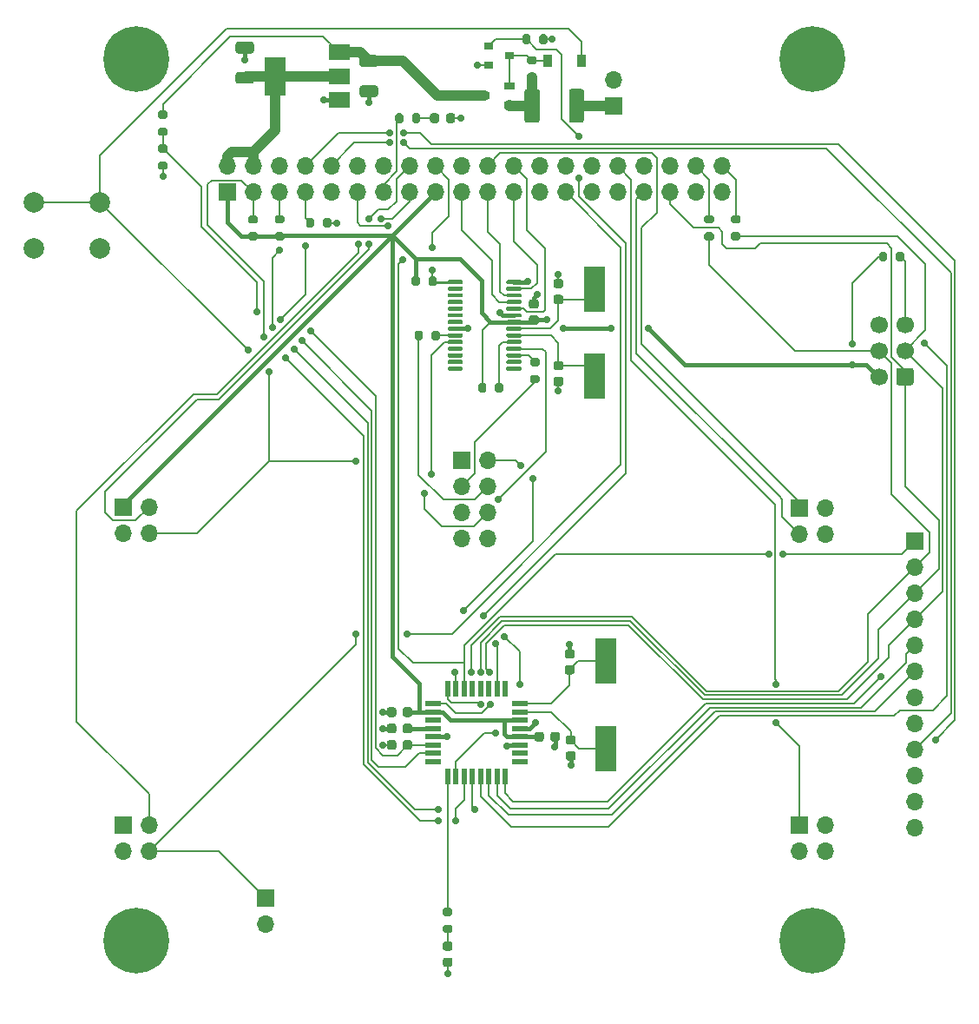
<source format=gtl>
%TF.GenerationSoftware,KiCad,Pcbnew,5.1.7-a382d34a8~88~ubuntu18.04.1*%
%TF.CreationDate,2021-10-30T16:30:28+02:00*%
%TF.ProjectId,Main_PCB,4d61696e-5f50-4434-922e-6b696361645f,rev?*%
%TF.SameCoordinates,PX8f0d180PY5f5e100*%
%TF.FileFunction,Copper,L1,Top*%
%TF.FilePolarity,Positive*%
%FSLAX46Y46*%
G04 Gerber Fmt 4.6, Leading zero omitted, Abs format (unit mm)*
G04 Created by KiCad (PCBNEW 5.1.7-a382d34a8~88~ubuntu18.04.1) date 2021-10-30 16:30:28*
%MOMM*%
%LPD*%
G01*
G04 APERTURE LIST*
%TA.AperFunction,ComponentPad*%
%ADD10O,1.700000X1.700000*%
%TD*%
%TA.AperFunction,ComponentPad*%
%ADD11R,1.700000X1.700000*%
%TD*%
%TA.AperFunction,ComponentPad*%
%ADD12C,1.700000*%
%TD*%
%TA.AperFunction,SMDPad,CuDef*%
%ADD13R,2.000000X4.500000*%
%TD*%
%TA.AperFunction,SMDPad,CuDef*%
%ADD14R,2.000000X1.500000*%
%TD*%
%TA.AperFunction,SMDPad,CuDef*%
%ADD15R,2.000000X3.800000*%
%TD*%
%TA.AperFunction,SMDPad,CuDef*%
%ADD16R,0.550000X1.600000*%
%TD*%
%TA.AperFunction,SMDPad,CuDef*%
%ADD17R,1.600000X0.550000*%
%TD*%
%TA.AperFunction,ComponentPad*%
%ADD18C,2.000000*%
%TD*%
%TA.AperFunction,SMDPad,CuDef*%
%ADD19R,1.000000X0.700000*%
%TD*%
%TA.AperFunction,SMDPad,CuDef*%
%ADD20R,0.900000X0.800000*%
%TD*%
%TA.AperFunction,ComponentPad*%
%ADD21C,6.400000*%
%TD*%
%TA.AperFunction,SMDPad,CuDef*%
%ADD22R,0.900000X1.200000*%
%TD*%
%TA.AperFunction,ViaPad*%
%ADD23C,0.700000*%
%TD*%
%TA.AperFunction,Conductor*%
%ADD24C,0.200000*%
%TD*%
%TA.AperFunction,Conductor*%
%ADD25C,0.400000*%
%TD*%
%TA.AperFunction,Conductor*%
%ADD26C,1.000000*%
%TD*%
%TA.AperFunction,Conductor*%
%ADD27C,0.250000*%
%TD*%
G04 APERTURE END LIST*
D10*
%TO.P,J9,2*%
%TO.N,GND*%
X-20400000Y-41340000D03*
D11*
%TO.P,J9,1*%
%TO.N,/BTN_TRIG*%
X-20400000Y-38800000D03*
%TD*%
%TO.P,R4,2*%
%TO.N,/SDA*%
%TA.AperFunction,SMDPad,CuDef*%
G36*
G01*
X-21325000Y26925000D02*
X-21875000Y26925000D01*
G75*
G02*
X-22075000Y27125000I0J200000D01*
G01*
X-22075000Y27525000D01*
G75*
G02*
X-21875000Y27725000I200000J0D01*
G01*
X-21325000Y27725000D01*
G75*
G02*
X-21125000Y27525000I0J-200000D01*
G01*
X-21125000Y27125000D01*
G75*
G02*
X-21325000Y26925000I-200000J0D01*
G01*
G37*
%TD.AperFunction*%
%TO.P,R4,1*%
%TO.N,+3V3*%
%TA.AperFunction,SMDPad,CuDef*%
G36*
G01*
X-21325000Y25275000D02*
X-21875000Y25275000D01*
G75*
G02*
X-22075000Y25475000I0J200000D01*
G01*
X-22075000Y25875000D01*
G75*
G02*
X-21875000Y26075000I200000J0D01*
G01*
X-21325000Y26075000D01*
G75*
G02*
X-21125000Y25875000I0J-200000D01*
G01*
X-21125000Y25475000D01*
G75*
G02*
X-21325000Y25275000I-200000J0D01*
G01*
G37*
%TD.AperFunction*%
%TD*%
%TO.P,R3,2*%
%TO.N,/SCL*%
%TA.AperFunction,SMDPad,CuDef*%
G36*
G01*
X-18725000Y26925000D02*
X-19275000Y26925000D01*
G75*
G02*
X-19475000Y27125000I0J200000D01*
G01*
X-19475000Y27525000D01*
G75*
G02*
X-19275000Y27725000I200000J0D01*
G01*
X-18725000Y27725000D01*
G75*
G02*
X-18525000Y27525000I0J-200000D01*
G01*
X-18525000Y27125000D01*
G75*
G02*
X-18725000Y26925000I-200000J0D01*
G01*
G37*
%TD.AperFunction*%
%TO.P,R3,1*%
%TO.N,+3V3*%
%TA.AperFunction,SMDPad,CuDef*%
G36*
G01*
X-18725000Y25275000D02*
X-19275000Y25275000D01*
G75*
G02*
X-19475000Y25475000I0J200000D01*
G01*
X-19475000Y25875000D01*
G75*
G02*
X-19275000Y26075000I200000J0D01*
G01*
X-18725000Y26075000D01*
G75*
G02*
X-18525000Y25875000I0J-200000D01*
G01*
X-18525000Y25475000D01*
G75*
G02*
X-18725000Y25275000I-200000J0D01*
G01*
G37*
%TD.AperFunction*%
%TD*%
D12*
%TO.P,J8,6*%
%TO.N,GND*%
X39460000Y17080000D03*
%TO.P,J8,4*%
%TO.N,/MOSI*%
X39460000Y14540000D03*
%TO.P,J8,2*%
%TO.N,+3V3*%
X39460000Y12000000D03*
%TO.P,J8,5*%
%TO.N,/~RESET*%
X42000000Y17080000D03*
%TO.P,J8,3*%
%TO.N,/SCK*%
X42000000Y14540000D03*
%TO.P,J8,1*%
%TO.N,/MISO*%
%TA.AperFunction,ComponentPad*%
G36*
G01*
X42850000Y12600000D02*
X42850000Y11400000D01*
G75*
G02*
X42600000Y11150000I-250000J0D01*
G01*
X41400000Y11150000D01*
G75*
G02*
X41150000Y11400000I0J250000D01*
G01*
X41150000Y12600000D01*
G75*
G02*
X41400000Y12850000I250000J0D01*
G01*
X42600000Y12850000D01*
G75*
G02*
X42850000Y12600000I0J-250000D01*
G01*
G37*
%TD.AperFunction*%
%TD*%
%TO.P,C15,2*%
%TO.N,GND*%
%TA.AperFunction,SMDPad,CuDef*%
G36*
G01*
X-21749999Y43500000D02*
X-23050001Y43500000D01*
G75*
G02*
X-23300000Y43749999I0J249999D01*
G01*
X-23300000Y44400001D01*
G75*
G02*
X-23050001Y44650000I249999J0D01*
G01*
X-21749999Y44650000D01*
G75*
G02*
X-21500000Y44400001I0J-249999D01*
G01*
X-21500000Y43749999D01*
G75*
G02*
X-21749999Y43500000I-249999J0D01*
G01*
G37*
%TD.AperFunction*%
%TO.P,C15,1*%
%TO.N,+5V*%
%TA.AperFunction,SMDPad,CuDef*%
G36*
G01*
X-21749999Y40550000D02*
X-23050001Y40550000D01*
G75*
G02*
X-23300000Y40799999I0J249999D01*
G01*
X-23300000Y41450001D01*
G75*
G02*
X-23050001Y41700000I249999J0D01*
G01*
X-21749999Y41700000D01*
G75*
G02*
X-21500000Y41450001I0J-249999D01*
G01*
X-21500000Y40799999D01*
G75*
G02*
X-21749999Y40550000I-249999J0D01*
G01*
G37*
%TD.AperFunction*%
%TD*%
%TO.P,C14,2*%
%TO.N,GND*%
%TA.AperFunction,SMDPad,CuDef*%
G36*
G01*
X-10950001Y40400000D02*
X-9649999Y40400000D01*
G75*
G02*
X-9400000Y40150001I0J-249999D01*
G01*
X-9400000Y39499999D01*
G75*
G02*
X-9649999Y39250000I-249999J0D01*
G01*
X-10950001Y39250000D01*
G75*
G02*
X-11200000Y39499999I0J249999D01*
G01*
X-11200000Y40150001D01*
G75*
G02*
X-10950001Y40400000I249999J0D01*
G01*
G37*
%TD.AperFunction*%
%TO.P,C14,1*%
%TO.N,+BATT*%
%TA.AperFunction,SMDPad,CuDef*%
G36*
G01*
X-10950001Y43350000D02*
X-9649999Y43350000D01*
G75*
G02*
X-9400000Y43100001I0J-249999D01*
G01*
X-9400000Y42449999D01*
G75*
G02*
X-9649999Y42200000I-249999J0D01*
G01*
X-10950001Y42200000D01*
G75*
G02*
X-11200000Y42449999I0J249999D01*
G01*
X-11200000Y43100001D01*
G75*
G02*
X-10950001Y43350000I249999J0D01*
G01*
G37*
%TD.AperFunction*%
%TD*%
D10*
%TO.P,J4,40*%
%TO.N,Net-(J4-Pad40)*%
X24130000Y32540000D03*
%TO.P,J4,39*%
%TO.N,GND*%
X24130000Y30000000D03*
%TO.P,J4,38*%
%TO.N,Net-(J4-Pad38)*%
X21590000Y32540000D03*
%TO.P,J4,37*%
%TO.N,Net-(J4-Pad37)*%
X21590000Y30000000D03*
%TO.P,J4,36*%
%TO.N,Net-(J4-Pad36)*%
X19050000Y32540000D03*
%TO.P,J4,35*%
%TO.N,/MISO*%
X19050000Y30000000D03*
%TO.P,J4,34*%
%TO.N,GND*%
X16510000Y32540000D03*
%TO.P,J4,33*%
%TO.N,/STAT*%
X16510000Y30000000D03*
%TO.P,J4,32*%
%TO.N,/BR-*%
X13970000Y32540000D03*
%TO.P,J4,31*%
%TO.N,Net-(J4-Pad31)*%
X13970000Y30000000D03*
%TO.P,J4,30*%
%TO.N,GND*%
X11430000Y32540000D03*
%TO.P,J4,29*%
%TO.N,Net-(J4-Pad29)*%
X11430000Y30000000D03*
%TO.P,J4,28*%
%TO.N,Net-(J4-Pad28)*%
X8890000Y32540000D03*
%TO.P,J4,27*%
%TO.N,/BTN_TRIG*%
X8890000Y30000000D03*
%TO.P,J4,26*%
%TO.N,Net-(J4-Pad26)*%
X6350000Y32540000D03*
%TO.P,J4,25*%
%TO.N,GND*%
X6350000Y30000000D03*
%TO.P,J4,24*%
%TO.N,Net-(J4-Pad24)*%
X3810000Y32540000D03*
%TO.P,J4,23*%
%TO.N,Net-(J4-Pad23)*%
X3810000Y30000000D03*
%TO.P,J4,22*%
%TO.N,/BR+*%
X1270000Y32540000D03*
%TO.P,J4,21*%
%TO.N,Net-(J4-Pad21)*%
X1270000Y30000000D03*
%TO.P,J4,20*%
%TO.N,GND*%
X-1270000Y32540000D03*
%TO.P,J4,19*%
%TO.N,Net-(J4-Pad19)*%
X-1270000Y30000000D03*
%TO.P,J4,18*%
%TO.N,/~SC_IRQ*%
X-3810000Y32540000D03*
%TO.P,J4,17*%
%TO.N,+3V3*%
X-3810000Y30000000D03*
%TO.P,J4,16*%
%TO.N,/SP-*%
X-6350000Y32540000D03*
%TO.P,J4,15*%
%TO.N,/SP+*%
X-6350000Y30000000D03*
%TO.P,J4,14*%
%TO.N,GND*%
X-8890000Y32540000D03*
%TO.P,J4,13*%
%TO.N,/PI_LED*%
X-8890000Y30000000D03*
%TO.P,J4,12*%
%TO.N,Net-(J4-Pad12)*%
X-11430000Y32540000D03*
%TO.P,J4,11*%
%TO.N,/SS*%
X-11430000Y30000000D03*
%TO.P,J4,10*%
%TO.N,/PI_RXD*%
X-13970000Y32540000D03*
%TO.P,J4,9*%
%TO.N,GND*%
X-13970000Y30000000D03*
%TO.P,J4,8*%
%TO.N,/PI_TXD*%
X-16510000Y32540000D03*
%TO.P,J4,7*%
%TO.N,/PI_SHTDN*%
X-16510000Y30000000D03*
%TO.P,J4,6*%
%TO.N,GND*%
X-19050000Y32540000D03*
%TO.P,J4,5*%
%TO.N,/SCL*%
X-19050000Y30000000D03*
%TO.P,J4,4*%
%TO.N,+5V*%
X-21590000Y32540000D03*
%TO.P,J4,3*%
%TO.N,/SDA*%
X-21590000Y30000000D03*
%TO.P,J4,2*%
%TO.N,+5V*%
X-24130000Y32540000D03*
D11*
%TO.P,J4,1*%
%TO.N,+3V3*%
X-24130000Y30000000D03*
%TD*%
D13*
%TO.P,Y2,2*%
%TO.N,Net-(C13-Pad2)*%
X12800000Y-15750000D03*
%TO.P,Y2,1*%
%TO.N,Net-(C12-Pad2)*%
X12800000Y-24250000D03*
%TD*%
%TO.P,Y1,2*%
%TO.N,Net-(C4-Pad1)*%
X11700000Y20550000D03*
%TO.P,Y1,1*%
%TO.N,Net-(C3-Pad1)*%
X11700000Y12050000D03*
%TD*%
D14*
%TO.P,U4,1*%
%TO.N,GND*%
X-13150000Y39000000D03*
%TO.P,U4,3*%
%TO.N,+BATT*%
X-13150000Y43600000D03*
%TO.P,U4,2*%
%TO.N,+5V*%
X-13150000Y41300000D03*
D15*
X-19450000Y41300000D03*
%TD*%
D16*
%TO.P,U3,32*%
%TO.N,/PD2*%
X3000000Y-26950000D03*
%TO.P,U3,31*%
%TO.N,/UC_TX*%
X2200000Y-26950000D03*
%TO.P,U3,30*%
%TO.N,/UC_RX*%
X1400000Y-26950000D03*
%TO.P,U3,29*%
%TO.N,/~RESET*%
X600000Y-26950000D03*
%TO.P,U3,28*%
%TO.N,/SCL*%
X-200000Y-26950000D03*
%TO.P,U3,27*%
%TO.N,/SDA*%
X-1000000Y-26950000D03*
%TO.P,U3,26*%
%TO.N,/PWR_EN*%
X-1800000Y-26950000D03*
%TO.P,U3,25*%
%TO.N,/UC_LED*%
X-2600000Y-26950000D03*
D17*
%TO.P,U3,24*%
%TO.N,Net-(U3-Pad24)*%
X-4050000Y-25500000D03*
%TO.P,U3,23*%
%TO.N,/PI_SHTDN*%
X-4050000Y-24700000D03*
%TO.P,U3,22*%
%TO.N,/REF_BAT*%
X-4050000Y-23900000D03*
%TO.P,U3,21*%
%TO.N,GND*%
X-4050000Y-23100000D03*
%TO.P,U3,20*%
%TO.N,Net-(C6-Pad1)*%
X-4050000Y-22300000D03*
%TO.P,U3,19*%
%TO.N,Net-(U3-Pad19)*%
X-4050000Y-21500000D03*
%TO.P,U3,18*%
%TO.N,+3V3*%
X-4050000Y-20700000D03*
%TO.P,U3,17*%
%TO.N,/SCK*%
X-4050000Y-19900000D03*
D16*
%TO.P,U3,16*%
%TO.N,/MISO*%
X-2600000Y-18450000D03*
%TO.P,U3,15*%
%TO.N,/MOSI*%
X-1800000Y-18450000D03*
%TO.P,U3,14*%
%TO.N,/SS*%
X-1000000Y-18450000D03*
%TO.P,U3,13*%
%TO.N,Net-(U3-Pad13)*%
X-200000Y-18450000D03*
%TO.P,U3,12*%
%TO.N,Net-(U3-Pad12)*%
X600000Y-18450000D03*
%TO.P,U3,11*%
%TO.N,Net-(U3-Pad11)*%
X1400000Y-18450000D03*
%TO.P,U3,10*%
%TO.N,/TRIG*%
X2200000Y-18450000D03*
%TO.P,U3,9*%
%TO.N,Net-(U3-Pad9)*%
X3000000Y-18450000D03*
D17*
%TO.P,U3,8*%
%TO.N,Net-(C13-Pad2)*%
X4450000Y-19900000D03*
%TO.P,U3,7*%
%TO.N,Net-(C12-Pad2)*%
X4450000Y-20700000D03*
%TO.P,U3,6*%
%TO.N,+3V3*%
X4450000Y-21500000D03*
%TO.P,U3,5*%
%TO.N,GND*%
X4450000Y-22300000D03*
%TO.P,U3,4*%
%TO.N,+3V3*%
X4450000Y-23100000D03*
%TO.P,U3,3*%
%TO.N,GND*%
X4450000Y-23900000D03*
%TO.P,U3,2*%
%TO.N,Net-(U3-Pad2)*%
X4450000Y-24700000D03*
%TO.P,U3,1*%
%TO.N,Net-(U3-Pad1)*%
X4450000Y-25500000D03*
%TD*%
%TO.P,U1,28*%
%TO.N,Net-(U1-Pad28)*%
%TA.AperFunction,SMDPad,CuDef*%
G36*
G01*
X-1125000Y12875000D02*
X-1125000Y12675000D01*
G75*
G02*
X-1225000Y12575000I-100000J0D01*
G01*
X-2500000Y12575000D01*
G75*
G02*
X-2600000Y12675000I0J100000D01*
G01*
X-2600000Y12875000D01*
G75*
G02*
X-2500000Y12975000I100000J0D01*
G01*
X-1225000Y12975000D01*
G75*
G02*
X-1125000Y12875000I0J-100000D01*
G01*
G37*
%TD.AperFunction*%
%TO.P,U1,27*%
%TO.N,Net-(U1-Pad27)*%
%TA.AperFunction,SMDPad,CuDef*%
G36*
G01*
X-1125000Y13525000D02*
X-1125000Y13325000D01*
G75*
G02*
X-1225000Y13225000I-100000J0D01*
G01*
X-2500000Y13225000D01*
G75*
G02*
X-2600000Y13325000I0J100000D01*
G01*
X-2600000Y13525000D01*
G75*
G02*
X-2500000Y13625000I100000J0D01*
G01*
X-1225000Y13625000D01*
G75*
G02*
X-1125000Y13525000I0J-100000D01*
G01*
G37*
%TD.AperFunction*%
%TO.P,U1,26*%
%TO.N,Net-(U1-Pad26)*%
%TA.AperFunction,SMDPad,CuDef*%
G36*
G01*
X-1125000Y14175000D02*
X-1125000Y13975000D01*
G75*
G02*
X-1225000Y13875000I-100000J0D01*
G01*
X-2500000Y13875000D01*
G75*
G02*
X-2600000Y13975000I0J100000D01*
G01*
X-2600000Y14175000D01*
G75*
G02*
X-2500000Y14275000I100000J0D01*
G01*
X-1225000Y14275000D01*
G75*
G02*
X-1125000Y14175000I0J-100000D01*
G01*
G37*
%TD.AperFunction*%
%TO.P,U1,25*%
%TO.N,Net-(U1-Pad25)*%
%TA.AperFunction,SMDPad,CuDef*%
G36*
G01*
X-1125000Y14825000D02*
X-1125000Y14625000D01*
G75*
G02*
X-1225000Y14525000I-100000J0D01*
G01*
X-2500000Y14525000D01*
G75*
G02*
X-2600000Y14625000I0J100000D01*
G01*
X-2600000Y14825000D01*
G75*
G02*
X-2500000Y14925000I100000J0D01*
G01*
X-1225000Y14925000D01*
G75*
G02*
X-1125000Y14825000I0J-100000D01*
G01*
G37*
%TD.AperFunction*%
%TO.P,U1,24*%
%TO.N,/DN_RETO*%
%TA.AperFunction,SMDPad,CuDef*%
G36*
G01*
X-1125000Y15475000D02*
X-1125000Y15275000D01*
G75*
G02*
X-1225000Y15175000I-100000J0D01*
G01*
X-2500000Y15175000D01*
G75*
G02*
X-2600000Y15275000I0J100000D01*
G01*
X-2600000Y15475000D01*
G75*
G02*
X-2500000Y15575000I100000J0D01*
G01*
X-1225000Y15575000D01*
G75*
G02*
X-1125000Y15475000I0J-100000D01*
G01*
G37*
%TD.AperFunction*%
%TO.P,U1,23*%
%TO.N,Net-(R15-Pad1)*%
%TA.AperFunction,SMDPad,CuDef*%
G36*
G01*
X-1125000Y16125000D02*
X-1125000Y15925000D01*
G75*
G02*
X-1225000Y15825000I-100000J0D01*
G01*
X-2500000Y15825000D01*
G75*
G02*
X-2600000Y15925000I0J100000D01*
G01*
X-2600000Y16125000D01*
G75*
G02*
X-2500000Y16225000I100000J0D01*
G01*
X-1225000Y16225000D01*
G75*
G02*
X-1125000Y16125000I0J-100000D01*
G01*
G37*
%TD.AperFunction*%
%TO.P,U1,22*%
%TO.N,GND*%
%TA.AperFunction,SMDPad,CuDef*%
G36*
G01*
X-1125000Y16775000D02*
X-1125000Y16575000D01*
G75*
G02*
X-1225000Y16475000I-100000J0D01*
G01*
X-2500000Y16475000D01*
G75*
G02*
X-2600000Y16575000I0J100000D01*
G01*
X-2600000Y16775000D01*
G75*
G02*
X-2500000Y16875000I100000J0D01*
G01*
X-1225000Y16875000D01*
G75*
G02*
X-1125000Y16775000I0J-100000D01*
G01*
G37*
%TD.AperFunction*%
%TO.P,U1,21*%
%TO.N,Net-(U1-Pad21)*%
%TA.AperFunction,SMDPad,CuDef*%
G36*
G01*
X-1125000Y17425000D02*
X-1125000Y17225000D01*
G75*
G02*
X-1225000Y17125000I-100000J0D01*
G01*
X-2500000Y17125000D01*
G75*
G02*
X-2600000Y17225000I0J100000D01*
G01*
X-2600000Y17425000D01*
G75*
G02*
X-2500000Y17525000I100000J0D01*
G01*
X-1225000Y17525000D01*
G75*
G02*
X-1125000Y17425000I0J-100000D01*
G01*
G37*
%TD.AperFunction*%
%TO.P,U1,20*%
%TO.N,Net-(U1-Pad20)*%
%TA.AperFunction,SMDPad,CuDef*%
G36*
G01*
X-1125000Y18075000D02*
X-1125000Y17875000D01*
G75*
G02*
X-1225000Y17775000I-100000J0D01*
G01*
X-2500000Y17775000D01*
G75*
G02*
X-2600000Y17875000I0J100000D01*
G01*
X-2600000Y18075000D01*
G75*
G02*
X-2500000Y18175000I100000J0D01*
G01*
X-1225000Y18175000D01*
G75*
G02*
X-1125000Y18075000I0J-100000D01*
G01*
G37*
%TD.AperFunction*%
%TO.P,U1,19*%
%TO.N,Net-(U1-Pad19)*%
%TA.AperFunction,SMDPad,CuDef*%
G36*
G01*
X-1125000Y18725000D02*
X-1125000Y18525000D01*
G75*
G02*
X-1225000Y18425000I-100000J0D01*
G01*
X-2500000Y18425000D01*
G75*
G02*
X-2600000Y18525000I0J100000D01*
G01*
X-2600000Y18725000D01*
G75*
G02*
X-2500000Y18825000I100000J0D01*
G01*
X-1225000Y18825000D01*
G75*
G02*
X-1125000Y18725000I0J-100000D01*
G01*
G37*
%TD.AperFunction*%
%TO.P,U1,18*%
%TO.N,Net-(U1-Pad18)*%
%TA.AperFunction,SMDPad,CuDef*%
G36*
G01*
X-1125000Y19375000D02*
X-1125000Y19175000D01*
G75*
G02*
X-1225000Y19075000I-100000J0D01*
G01*
X-2500000Y19075000D01*
G75*
G02*
X-2600000Y19175000I0J100000D01*
G01*
X-2600000Y19375000D01*
G75*
G02*
X-2500000Y19475000I100000J0D01*
G01*
X-1225000Y19475000D01*
G75*
G02*
X-1125000Y19375000I0J-100000D01*
G01*
G37*
%TD.AperFunction*%
%TO.P,U1,17*%
%TO.N,Net-(U1-Pad17)*%
%TA.AperFunction,SMDPad,CuDef*%
G36*
G01*
X-1125000Y20025000D02*
X-1125000Y19825000D01*
G75*
G02*
X-1225000Y19725000I-100000J0D01*
G01*
X-2500000Y19725000D01*
G75*
G02*
X-2600000Y19825000I0J100000D01*
G01*
X-2600000Y20025000D01*
G75*
G02*
X-2500000Y20125000I100000J0D01*
G01*
X-1225000Y20125000D01*
G75*
G02*
X-1125000Y20025000I0J-100000D01*
G01*
G37*
%TD.AperFunction*%
%TO.P,U1,16*%
%TO.N,Net-(U1-Pad16)*%
%TA.AperFunction,SMDPad,CuDef*%
G36*
G01*
X-1125000Y20675000D02*
X-1125000Y20475000D01*
G75*
G02*
X-1225000Y20375000I-100000J0D01*
G01*
X-2500000Y20375000D01*
G75*
G02*
X-2600000Y20475000I0J100000D01*
G01*
X-2600000Y20675000D01*
G75*
G02*
X-2500000Y20775000I100000J0D01*
G01*
X-1225000Y20775000D01*
G75*
G02*
X-1125000Y20675000I0J-100000D01*
G01*
G37*
%TD.AperFunction*%
%TO.P,U1,15*%
%TO.N,/~SC_IRQ*%
%TA.AperFunction,SMDPad,CuDef*%
G36*
G01*
X-1125000Y21325000D02*
X-1125000Y21125000D01*
G75*
G02*
X-1225000Y21025000I-100000J0D01*
G01*
X-2500000Y21025000D01*
G75*
G02*
X-2600000Y21125000I0J100000D01*
G01*
X-2600000Y21325000D01*
G75*
G02*
X-2500000Y21425000I100000J0D01*
G01*
X-1225000Y21425000D01*
G75*
G02*
X-1125000Y21325000I0J-100000D01*
G01*
G37*
%TD.AperFunction*%
%TO.P,U1,14*%
%TO.N,GND*%
%TA.AperFunction,SMDPad,CuDef*%
G36*
G01*
X4600000Y21325000D02*
X4600000Y21125000D01*
G75*
G02*
X4500000Y21025000I-100000J0D01*
G01*
X3225000Y21025000D01*
G75*
G02*
X3125000Y21125000I0J100000D01*
G01*
X3125000Y21325000D01*
G75*
G02*
X3225000Y21425000I100000J0D01*
G01*
X4500000Y21425000D01*
G75*
G02*
X4600000Y21325000I0J-100000D01*
G01*
G37*
%TD.AperFunction*%
%TO.P,U1,13*%
%TO.N,Net-(J4-Pad23)*%
%TA.AperFunction,SMDPad,CuDef*%
G36*
G01*
X4600000Y20675000D02*
X4600000Y20475000D01*
G75*
G02*
X4500000Y20375000I-100000J0D01*
G01*
X3225000Y20375000D01*
G75*
G02*
X3125000Y20475000I0J100000D01*
G01*
X3125000Y20675000D01*
G75*
G02*
X3225000Y20775000I100000J0D01*
G01*
X4500000Y20775000D01*
G75*
G02*
X4600000Y20675000I0J-100000D01*
G01*
G37*
%TD.AperFunction*%
%TO.P,U1,12*%
%TO.N,Net-(J4-Pad21)*%
%TA.AperFunction,SMDPad,CuDef*%
G36*
G01*
X4600000Y20025000D02*
X4600000Y19825000D01*
G75*
G02*
X4500000Y19725000I-100000J0D01*
G01*
X3225000Y19725000D01*
G75*
G02*
X3125000Y19825000I0J100000D01*
G01*
X3125000Y20025000D01*
G75*
G02*
X3225000Y20125000I100000J0D01*
G01*
X4500000Y20125000D01*
G75*
G02*
X4600000Y20025000I0J-100000D01*
G01*
G37*
%TD.AperFunction*%
%TO.P,U1,11*%
%TO.N,Net-(J4-Pad19)*%
%TA.AperFunction,SMDPad,CuDef*%
G36*
G01*
X4600000Y19375000D02*
X4600000Y19175000D01*
G75*
G02*
X4500000Y19075000I-100000J0D01*
G01*
X3225000Y19075000D01*
G75*
G02*
X3125000Y19175000I0J100000D01*
G01*
X3125000Y19375000D01*
G75*
G02*
X3225000Y19475000I100000J0D01*
G01*
X4500000Y19475000D01*
G75*
G02*
X4600000Y19375000I0J-100000D01*
G01*
G37*
%TD.AperFunction*%
%TO.P,U1,10*%
%TO.N,Net-(J4-Pad24)*%
%TA.AperFunction,SMDPad,CuDef*%
G36*
G01*
X4600000Y18725000D02*
X4600000Y18525000D01*
G75*
G02*
X4500000Y18425000I-100000J0D01*
G01*
X3225000Y18425000D01*
G75*
G02*
X3125000Y18525000I0J100000D01*
G01*
X3125000Y18725000D01*
G75*
G02*
X3225000Y18825000I100000J0D01*
G01*
X4500000Y18825000D01*
G75*
G02*
X4600000Y18725000I0J-100000D01*
G01*
G37*
%TD.AperFunction*%
%TO.P,U1,9*%
%TO.N,GND*%
%TA.AperFunction,SMDPad,CuDef*%
G36*
G01*
X4600000Y18075000D02*
X4600000Y17875000D01*
G75*
G02*
X4500000Y17775000I-100000J0D01*
G01*
X3225000Y17775000D01*
G75*
G02*
X3125000Y17875000I0J100000D01*
G01*
X3125000Y18075000D01*
G75*
G02*
X3225000Y18175000I100000J0D01*
G01*
X4500000Y18175000D01*
G75*
G02*
X4600000Y18075000I0J-100000D01*
G01*
G37*
%TD.AperFunction*%
%TO.P,U1,8*%
%TO.N,+3V3*%
%TA.AperFunction,SMDPad,CuDef*%
G36*
G01*
X4600000Y17425000D02*
X4600000Y17225000D01*
G75*
G02*
X4500000Y17125000I-100000J0D01*
G01*
X3225000Y17125000D01*
G75*
G02*
X3125000Y17225000I0J100000D01*
G01*
X3125000Y17425000D01*
G75*
G02*
X3225000Y17525000I100000J0D01*
G01*
X4500000Y17525000D01*
G75*
G02*
X4600000Y17425000I0J-100000D01*
G01*
G37*
%TD.AperFunction*%
%TO.P,U1,7*%
%TO.N,Net-(C4-Pad1)*%
%TA.AperFunction,SMDPad,CuDef*%
G36*
G01*
X4600000Y16775000D02*
X4600000Y16575000D01*
G75*
G02*
X4500000Y16475000I-100000J0D01*
G01*
X3225000Y16475000D01*
G75*
G02*
X3125000Y16575000I0J100000D01*
G01*
X3125000Y16775000D01*
G75*
G02*
X3225000Y16875000I100000J0D01*
G01*
X4500000Y16875000D01*
G75*
G02*
X4600000Y16775000I0J-100000D01*
G01*
G37*
%TD.AperFunction*%
%TO.P,U1,6*%
%TO.N,Net-(C3-Pad1)*%
%TA.AperFunction,SMDPad,CuDef*%
G36*
G01*
X4600000Y16125000D02*
X4600000Y15925000D01*
G75*
G02*
X4500000Y15825000I-100000J0D01*
G01*
X3225000Y15825000D01*
G75*
G02*
X3125000Y15925000I0J100000D01*
G01*
X3125000Y16125000D01*
G75*
G02*
X3225000Y16225000I100000J0D01*
G01*
X4500000Y16225000D01*
G75*
G02*
X4600000Y16125000I0J-100000D01*
G01*
G37*
%TD.AperFunction*%
%TO.P,U1,5*%
%TO.N,Net-(R13-Pad2)*%
%TA.AperFunction,SMDPad,CuDef*%
G36*
G01*
X4600000Y15475000D02*
X4600000Y15275000D01*
G75*
G02*
X4500000Y15175000I-100000J0D01*
G01*
X3225000Y15175000D01*
G75*
G02*
X3125000Y15275000I0J100000D01*
G01*
X3125000Y15475000D01*
G75*
G02*
X3225000Y15575000I100000J0D01*
G01*
X4500000Y15575000D01*
G75*
G02*
X4600000Y15475000I0J-100000D01*
G01*
G37*
%TD.AperFunction*%
%TO.P,U1,4*%
%TO.N,/UP_RETO*%
%TA.AperFunction,SMDPad,CuDef*%
G36*
G01*
X4600000Y14825000D02*
X4600000Y14625000D01*
G75*
G02*
X4500000Y14525000I-100000J0D01*
G01*
X3225000Y14525000D01*
G75*
G02*
X3125000Y14625000I0J100000D01*
G01*
X3125000Y14825000D01*
G75*
G02*
X3225000Y14925000I100000J0D01*
G01*
X4500000Y14925000D01*
G75*
G02*
X4600000Y14825000I0J-100000D01*
G01*
G37*
%TD.AperFunction*%
%TO.P,U1,3*%
%TO.N,Net-(R14-Pad1)*%
%TA.AperFunction,SMDPad,CuDef*%
G36*
G01*
X4600000Y14175000D02*
X4600000Y13975000D01*
G75*
G02*
X4500000Y13875000I-100000J0D01*
G01*
X3225000Y13875000D01*
G75*
G02*
X3125000Y13975000I0J100000D01*
G01*
X3125000Y14175000D01*
G75*
G02*
X3225000Y14275000I100000J0D01*
G01*
X4500000Y14275000D01*
G75*
G02*
X4600000Y14175000I0J-100000D01*
G01*
G37*
%TD.AperFunction*%
%TO.P,U1,2*%
%TO.N,Net-(U1-Pad2)*%
%TA.AperFunction,SMDPad,CuDef*%
G36*
G01*
X4600000Y13525000D02*
X4600000Y13325000D01*
G75*
G02*
X4500000Y13225000I-100000J0D01*
G01*
X3225000Y13225000D01*
G75*
G02*
X3125000Y13325000I0J100000D01*
G01*
X3125000Y13525000D01*
G75*
G02*
X3225000Y13625000I100000J0D01*
G01*
X4500000Y13625000D01*
G75*
G02*
X4600000Y13525000I0J-100000D01*
G01*
G37*
%TD.AperFunction*%
%TO.P,U1,1*%
%TO.N,Net-(U1-Pad1)*%
%TA.AperFunction,SMDPad,CuDef*%
G36*
G01*
X4600000Y12875000D02*
X4600000Y12675000D01*
G75*
G02*
X4500000Y12575000I-100000J0D01*
G01*
X3225000Y12575000D01*
G75*
G02*
X3125000Y12675000I0J100000D01*
G01*
X3125000Y12875000D01*
G75*
G02*
X3225000Y12975000I100000J0D01*
G01*
X4500000Y12975000D01*
G75*
G02*
X4600000Y12875000I0J-100000D01*
G01*
G37*
%TD.AperFunction*%
%TD*%
D18*
%TO.P,SW1,1*%
%TO.N,/MASTER_ON*%
X-36500000Y29000000D03*
%TO.P,SW1,2*%
%TO.N,GND*%
X-36500000Y24500000D03*
%TO.P,SW1,1*%
%TO.N,/MASTER_ON*%
X-43000000Y29000000D03*
%TO.P,SW1,2*%
%TO.N,GND*%
X-43000000Y24500000D03*
%TD*%
%TO.P,R19,2*%
%TO.N,Net-(D3-Pad2)*%
%TA.AperFunction,SMDPad,CuDef*%
G36*
G01*
X-2875000Y-41425000D02*
X-2325000Y-41425000D01*
G75*
G02*
X-2125000Y-41625000I0J-200000D01*
G01*
X-2125000Y-42025000D01*
G75*
G02*
X-2325000Y-42225000I-200000J0D01*
G01*
X-2875000Y-42225000D01*
G75*
G02*
X-3075000Y-42025000I0J200000D01*
G01*
X-3075000Y-41625000D01*
G75*
G02*
X-2875000Y-41425000I200000J0D01*
G01*
G37*
%TD.AperFunction*%
%TO.P,R19,1*%
%TO.N,/UC_LED*%
%TA.AperFunction,SMDPad,CuDef*%
G36*
G01*
X-2875000Y-39775000D02*
X-2325000Y-39775000D01*
G75*
G02*
X-2125000Y-39975000I0J-200000D01*
G01*
X-2125000Y-40375000D01*
G75*
G02*
X-2325000Y-40575000I-200000J0D01*
G01*
X-2875000Y-40575000D01*
G75*
G02*
X-3075000Y-40375000I0J200000D01*
G01*
X-3075000Y-39975000D01*
G75*
G02*
X-2875000Y-39775000I200000J0D01*
G01*
G37*
%TD.AperFunction*%
%TD*%
%TO.P,R18,2*%
%TO.N,/~RESET*%
%TA.AperFunction,SMDPad,CuDef*%
G36*
G01*
X41125000Y23425000D02*
X41125000Y23975000D01*
G75*
G02*
X41325000Y24175000I200000J0D01*
G01*
X41725000Y24175000D01*
G75*
G02*
X41925000Y23975000I0J-200000D01*
G01*
X41925000Y23425000D01*
G75*
G02*
X41725000Y23225000I-200000J0D01*
G01*
X41325000Y23225000D01*
G75*
G02*
X41125000Y23425000I0J200000D01*
G01*
G37*
%TD.AperFunction*%
%TO.P,R18,1*%
%TO.N,+3V3*%
%TA.AperFunction,SMDPad,CuDef*%
G36*
G01*
X39475000Y23425000D02*
X39475000Y23975000D01*
G75*
G02*
X39675000Y24175000I200000J0D01*
G01*
X40075000Y24175000D01*
G75*
G02*
X40275000Y23975000I0J-200000D01*
G01*
X40275000Y23425000D01*
G75*
G02*
X40075000Y23225000I-200000J0D01*
G01*
X39675000Y23225000D01*
G75*
G02*
X39475000Y23425000I0J200000D01*
G01*
G37*
%TD.AperFunction*%
%TD*%
%TO.P,R15,2*%
%TO.N,/DN_TX*%
%TA.AperFunction,SMDPad,CuDef*%
G36*
G01*
X-5025000Y16275000D02*
X-5025000Y15725000D01*
G75*
G02*
X-5225000Y15525000I-200000J0D01*
G01*
X-5625000Y15525000D01*
G75*
G02*
X-5825000Y15725000I0J200000D01*
G01*
X-5825000Y16275000D01*
G75*
G02*
X-5625000Y16475000I200000J0D01*
G01*
X-5225000Y16475000D01*
G75*
G02*
X-5025000Y16275000I0J-200000D01*
G01*
G37*
%TD.AperFunction*%
%TO.P,R15,1*%
%TO.N,Net-(R15-Pad1)*%
%TA.AperFunction,SMDPad,CuDef*%
G36*
G01*
X-3375000Y16275000D02*
X-3375000Y15725000D01*
G75*
G02*
X-3575000Y15525000I-200000J0D01*
G01*
X-3975000Y15525000D01*
G75*
G02*
X-4175000Y15725000I0J200000D01*
G01*
X-4175000Y16275000D01*
G75*
G02*
X-3975000Y16475000I200000J0D01*
G01*
X-3575000Y16475000D01*
G75*
G02*
X-3375000Y16275000I0J-200000D01*
G01*
G37*
%TD.AperFunction*%
%TD*%
%TO.P,R14,2*%
%TO.N,/UP_TX*%
%TA.AperFunction,SMDPad,CuDef*%
G36*
G01*
X5625000Y12175000D02*
X6175000Y12175000D01*
G75*
G02*
X6375000Y11975000I0J-200000D01*
G01*
X6375000Y11575000D01*
G75*
G02*
X6175000Y11375000I-200000J0D01*
G01*
X5625000Y11375000D01*
G75*
G02*
X5425000Y11575000I0J200000D01*
G01*
X5425000Y11975000D01*
G75*
G02*
X5625000Y12175000I200000J0D01*
G01*
G37*
%TD.AperFunction*%
%TO.P,R14,1*%
%TO.N,Net-(R14-Pad1)*%
%TA.AperFunction,SMDPad,CuDef*%
G36*
G01*
X5625000Y13825000D02*
X6175000Y13825000D01*
G75*
G02*
X6375000Y13625000I0J-200000D01*
G01*
X6375000Y13225000D01*
G75*
G02*
X6175000Y13025000I-200000J0D01*
G01*
X5625000Y13025000D01*
G75*
G02*
X5425000Y13225000I0J200000D01*
G01*
X5425000Y13625000D01*
G75*
G02*
X5625000Y13825000I200000J0D01*
G01*
G37*
%TD.AperFunction*%
%TD*%
%TO.P,R13,2*%
%TO.N,Net-(R13-Pad2)*%
%TA.AperFunction,SMDPad,CuDef*%
G36*
G01*
X2025000Y10625000D02*
X2025000Y11175000D01*
G75*
G02*
X2225000Y11375000I200000J0D01*
G01*
X2625000Y11375000D01*
G75*
G02*
X2825000Y11175000I0J-200000D01*
G01*
X2825000Y10625000D01*
G75*
G02*
X2625000Y10425000I-200000J0D01*
G01*
X2225000Y10425000D01*
G75*
G02*
X2025000Y10625000I0J200000D01*
G01*
G37*
%TD.AperFunction*%
%TO.P,R13,1*%
%TO.N,+3V3*%
%TA.AperFunction,SMDPad,CuDef*%
G36*
G01*
X375000Y10625000D02*
X375000Y11175000D01*
G75*
G02*
X575000Y11375000I200000J0D01*
G01*
X975000Y11375000D01*
G75*
G02*
X1175000Y11175000I0J-200000D01*
G01*
X1175000Y10625000D01*
G75*
G02*
X975000Y10425000I-200000J0D01*
G01*
X575000Y10425000D01*
G75*
G02*
X375000Y10625000I0J200000D01*
G01*
G37*
%TD.AperFunction*%
%TD*%
%TO.P,R12,2*%
%TO.N,+3V3*%
%TA.AperFunction,SMDPad,CuDef*%
G36*
G01*
X-5325000Y21575000D02*
X-5325000Y21025000D01*
G75*
G02*
X-5525000Y20825000I-200000J0D01*
G01*
X-5925000Y20825000D01*
G75*
G02*
X-6125000Y21025000I0J200000D01*
G01*
X-6125000Y21575000D01*
G75*
G02*
X-5925000Y21775000I200000J0D01*
G01*
X-5525000Y21775000D01*
G75*
G02*
X-5325000Y21575000I0J-200000D01*
G01*
G37*
%TD.AperFunction*%
%TO.P,R12,1*%
%TO.N,/~SC_IRQ*%
%TA.AperFunction,SMDPad,CuDef*%
G36*
G01*
X-3675000Y21575000D02*
X-3675000Y21025000D01*
G75*
G02*
X-3875000Y20825000I-200000J0D01*
G01*
X-4275000Y20825000D01*
G75*
G02*
X-4475000Y21025000I0J200000D01*
G01*
X-4475000Y21575000D01*
G75*
G02*
X-4275000Y21775000I200000J0D01*
G01*
X-3875000Y21775000D01*
G75*
G02*
X-3675000Y21575000I0J-200000D01*
G01*
G37*
%TD.AperFunction*%
%TD*%
%TO.P,R11,2*%
%TO.N,GND*%
%TA.AperFunction,SMDPad,CuDef*%
G36*
G01*
X-30675000Y32975000D02*
X-30125000Y32975000D01*
G75*
G02*
X-29925000Y32775000I0J-200000D01*
G01*
X-29925000Y32375000D01*
G75*
G02*
X-30125000Y32175000I-200000J0D01*
G01*
X-30675000Y32175000D01*
G75*
G02*
X-30875000Y32375000I0J200000D01*
G01*
X-30875000Y32775000D01*
G75*
G02*
X-30675000Y32975000I200000J0D01*
G01*
G37*
%TD.AperFunction*%
%TO.P,R11,1*%
%TO.N,/REF_BAT*%
%TA.AperFunction,SMDPad,CuDef*%
G36*
G01*
X-30675000Y34625000D02*
X-30125000Y34625000D01*
G75*
G02*
X-29925000Y34425000I0J-200000D01*
G01*
X-29925000Y34025000D01*
G75*
G02*
X-30125000Y33825000I-200000J0D01*
G01*
X-30675000Y33825000D01*
G75*
G02*
X-30875000Y34025000I0J200000D01*
G01*
X-30875000Y34425000D01*
G75*
G02*
X-30675000Y34625000I200000J0D01*
G01*
G37*
%TD.AperFunction*%
%TD*%
%TO.P,R10,2*%
%TO.N,/REF_BAT*%
%TA.AperFunction,SMDPad,CuDef*%
G36*
G01*
X-30675000Y36275000D02*
X-30125000Y36275000D01*
G75*
G02*
X-29925000Y36075000I0J-200000D01*
G01*
X-29925000Y35675000D01*
G75*
G02*
X-30125000Y35475000I-200000J0D01*
G01*
X-30675000Y35475000D01*
G75*
G02*
X-30875000Y35675000I0J200000D01*
G01*
X-30875000Y36075000D01*
G75*
G02*
X-30675000Y36275000I200000J0D01*
G01*
G37*
%TD.AperFunction*%
%TO.P,R10,1*%
%TO.N,+BATT*%
%TA.AperFunction,SMDPad,CuDef*%
G36*
G01*
X-30675000Y37925000D02*
X-30125000Y37925000D01*
G75*
G02*
X-29925000Y37725000I0J-200000D01*
G01*
X-29925000Y37325000D01*
G75*
G02*
X-30125000Y37125000I-200000J0D01*
G01*
X-30675000Y37125000D01*
G75*
G02*
X-30875000Y37325000I0J200000D01*
G01*
X-30875000Y37725000D01*
G75*
G02*
X-30675000Y37925000I200000J0D01*
G01*
G37*
%TD.AperFunction*%
%TD*%
%TO.P,R9,2*%
%TO.N,GND*%
%TA.AperFunction,SMDPad,CuDef*%
G36*
G01*
X6325000Y44625000D02*
X6325000Y45175000D01*
G75*
G02*
X6525000Y45375000I200000J0D01*
G01*
X6925000Y45375000D01*
G75*
G02*
X7125000Y45175000I0J-200000D01*
G01*
X7125000Y44625000D01*
G75*
G02*
X6925000Y44425000I-200000J0D01*
G01*
X6525000Y44425000D01*
G75*
G02*
X6325000Y44625000I0J200000D01*
G01*
G37*
%TD.AperFunction*%
%TO.P,R9,1*%
%TO.N,/PWR_EN*%
%TA.AperFunction,SMDPad,CuDef*%
G36*
G01*
X4675000Y44625000D02*
X4675000Y45175000D01*
G75*
G02*
X4875000Y45375000I200000J0D01*
G01*
X5275000Y45375000D01*
G75*
G02*
X5475000Y45175000I0J-200000D01*
G01*
X5475000Y44625000D01*
G75*
G02*
X5275000Y44425000I-200000J0D01*
G01*
X4875000Y44425000D01*
G75*
G02*
X4675000Y44625000I0J200000D01*
G01*
G37*
%TD.AperFunction*%
%TD*%
%TO.P,R8,2*%
%TO.N,/SCK*%
%TA.AperFunction,SMDPad,CuDef*%
G36*
G01*
X25225000Y26075000D02*
X25775000Y26075000D01*
G75*
G02*
X25975000Y25875000I0J-200000D01*
G01*
X25975000Y25475000D01*
G75*
G02*
X25775000Y25275000I-200000J0D01*
G01*
X25225000Y25275000D01*
G75*
G02*
X25025000Y25475000I0J200000D01*
G01*
X25025000Y25875000D01*
G75*
G02*
X25225000Y26075000I200000J0D01*
G01*
G37*
%TD.AperFunction*%
%TO.P,R8,1*%
%TO.N,Net-(J4-Pad40)*%
%TA.AperFunction,SMDPad,CuDef*%
G36*
G01*
X25225000Y27725000D02*
X25775000Y27725000D01*
G75*
G02*
X25975000Y27525000I0J-200000D01*
G01*
X25975000Y27125000D01*
G75*
G02*
X25775000Y26925000I-200000J0D01*
G01*
X25225000Y26925000D01*
G75*
G02*
X25025000Y27125000I0J200000D01*
G01*
X25025000Y27525000D01*
G75*
G02*
X25225000Y27725000I200000J0D01*
G01*
G37*
%TD.AperFunction*%
%TD*%
%TO.P,R7,2*%
%TO.N,/MOSI*%
%TA.AperFunction,SMDPad,CuDef*%
G36*
G01*
X22625000Y26075000D02*
X23175000Y26075000D01*
G75*
G02*
X23375000Y25875000I0J-200000D01*
G01*
X23375000Y25475000D01*
G75*
G02*
X23175000Y25275000I-200000J0D01*
G01*
X22625000Y25275000D01*
G75*
G02*
X22425000Y25475000I0J200000D01*
G01*
X22425000Y25875000D01*
G75*
G02*
X22625000Y26075000I200000J0D01*
G01*
G37*
%TD.AperFunction*%
%TO.P,R7,1*%
%TO.N,Net-(J4-Pad38)*%
%TA.AperFunction,SMDPad,CuDef*%
G36*
G01*
X22625000Y27725000D02*
X23175000Y27725000D01*
G75*
G02*
X23375000Y27525000I0J-200000D01*
G01*
X23375000Y27125000D01*
G75*
G02*
X23175000Y26925000I-200000J0D01*
G01*
X22625000Y26925000D01*
G75*
G02*
X22425000Y27125000I0J200000D01*
G01*
X22425000Y27525000D01*
G75*
G02*
X22625000Y27725000I200000J0D01*
G01*
G37*
%TD.AperFunction*%
%TD*%
%TO.P,R6,2*%
%TO.N,Net-(D2-Pad2)*%
%TA.AperFunction,SMDPad,CuDef*%
G36*
G01*
X5875000Y42425000D02*
X5325000Y42425000D01*
G75*
G02*
X5125000Y42625000I0J200000D01*
G01*
X5125000Y43025000D01*
G75*
G02*
X5325000Y43225000I200000J0D01*
G01*
X5875000Y43225000D01*
G75*
G02*
X6075000Y43025000I0J-200000D01*
G01*
X6075000Y42625000D01*
G75*
G02*
X5875000Y42425000I-200000J0D01*
G01*
G37*
%TD.AperFunction*%
%TO.P,R6,1*%
%TO.N,/BAT_RAW*%
%TA.AperFunction,SMDPad,CuDef*%
G36*
G01*
X5875000Y40775000D02*
X5325000Y40775000D01*
G75*
G02*
X5125000Y40975000I0J200000D01*
G01*
X5125000Y41375000D01*
G75*
G02*
X5325000Y41575000I200000J0D01*
G01*
X5875000Y41575000D01*
G75*
G02*
X6075000Y41375000I0J-200000D01*
G01*
X6075000Y40975000D01*
G75*
G02*
X5875000Y40775000I-200000J0D01*
G01*
G37*
%TD.AperFunction*%
%TD*%
%TO.P,R2,2*%
%TO.N,/PI_SHTDN*%
%TA.AperFunction,SMDPad,CuDef*%
G36*
G01*
X-15625000Y27275000D02*
X-15625000Y26725000D01*
G75*
G02*
X-15825000Y26525000I-200000J0D01*
G01*
X-16225000Y26525000D01*
G75*
G02*
X-16425000Y26725000I0J200000D01*
G01*
X-16425000Y27275000D01*
G75*
G02*
X-16225000Y27475000I200000J0D01*
G01*
X-15825000Y27475000D01*
G75*
G02*
X-15625000Y27275000I0J-200000D01*
G01*
G37*
%TD.AperFunction*%
%TO.P,R2,1*%
%TO.N,GND*%
%TA.AperFunction,SMDPad,CuDef*%
G36*
G01*
X-13975000Y27275000D02*
X-13975000Y26725000D01*
G75*
G02*
X-14175000Y26525000I-200000J0D01*
G01*
X-14575000Y26525000D01*
G75*
G02*
X-14775000Y26725000I0J200000D01*
G01*
X-14775000Y27275000D01*
G75*
G02*
X-14575000Y27475000I200000J0D01*
G01*
X-14175000Y27475000D01*
G75*
G02*
X-13975000Y27275000I0J-200000D01*
G01*
G37*
%TD.AperFunction*%
%TD*%
%TO.P,R1,2*%
%TO.N,Net-(D1-Pad2)*%
%TA.AperFunction,SMDPad,CuDef*%
G36*
G01*
X-6075000Y36925000D02*
X-6075000Y37475000D01*
G75*
G02*
X-5875000Y37675000I200000J0D01*
G01*
X-5475000Y37675000D01*
G75*
G02*
X-5275000Y37475000I0J-200000D01*
G01*
X-5275000Y36925000D01*
G75*
G02*
X-5475000Y36725000I-200000J0D01*
G01*
X-5875000Y36725000D01*
G75*
G02*
X-6075000Y36925000I0J200000D01*
G01*
G37*
%TD.AperFunction*%
%TO.P,R1,1*%
%TO.N,/PI_LED*%
%TA.AperFunction,SMDPad,CuDef*%
G36*
G01*
X-7725000Y36925000D02*
X-7725000Y37475000D01*
G75*
G02*
X-7525000Y37675000I200000J0D01*
G01*
X-7125000Y37675000D01*
G75*
G02*
X-6925000Y37475000I0J-200000D01*
G01*
X-6925000Y36925000D01*
G75*
G02*
X-7125000Y36725000I-200000J0D01*
G01*
X-7525000Y36725000D01*
G75*
G02*
X-7725000Y36925000I0J200000D01*
G01*
G37*
%TD.AperFunction*%
%TD*%
D19*
%TO.P,Q2,3*%
%TO.N,+BATT*%
X1000000Y39400000D03*
%TO.P,Q2,2*%
%TO.N,Net-(D2-Pad2)*%
X3400000Y40350000D03*
%TO.P,Q2,1*%
%TO.N,/BAT_RAW*%
X3400000Y38450000D03*
%TD*%
D20*
%TO.P,Q1,3*%
%TO.N,Net-(D2-Pad2)*%
X3400000Y43300000D03*
%TO.P,Q1,2*%
%TO.N,GND*%
X1400000Y42350000D03*
%TO.P,Q1,1*%
%TO.N,/PWR_EN*%
X1400000Y44250000D03*
%TD*%
D10*
%TO.P,J7,8*%
%TO.N,GND*%
X1270000Y-3810000D03*
%TO.P,J7,7*%
%TO.N,Net-(J7-Pad7)*%
X-1270000Y-3810000D03*
%TO.P,J7,6*%
%TO.N,/DN_RETO*%
X1270000Y-1270000D03*
%TO.P,J7,5*%
%TO.N,/UP_RETO*%
X-1270000Y-1270000D03*
%TO.P,J7,4*%
%TO.N,/DN_TX*%
X1270000Y1270000D03*
%TO.P,J7,3*%
%TO.N,/UP_TX*%
X-1270000Y1270000D03*
%TO.P,J7,2*%
%TO.N,/TRIG*%
X1270000Y3810000D03*
D11*
%TO.P,J7,1*%
%TO.N,/MASTER_ON*%
X-1270000Y3810000D03*
%TD*%
D10*
%TO.P,J6,4*%
%TO.N,GND*%
X34270000Y-34270000D03*
%TO.P,J6,3*%
X31730000Y-34270000D03*
%TO.P,J6,2*%
X34270000Y-31730000D03*
D11*
%TO.P,J6,1*%
%TO.N,/BR-*%
X31730000Y-31730000D03*
%TD*%
D10*
%TO.P,J5,4*%
%TO.N,GND*%
X34270000Y-3340000D03*
%TO.P,J5,3*%
%TO.N,/STAT*%
X31730000Y-3340000D03*
%TO.P,J5,2*%
%TO.N,GND*%
X34270000Y-800000D03*
D11*
%TO.P,J5,1*%
%TO.N,/BR+*%
X31730000Y-800000D03*
%TD*%
D10*
%TO.P,J3,4*%
%TO.N,/BTN_TRIG*%
X-31730000Y-34270000D03*
%TO.P,J3,3*%
%TO.N,GND*%
X-34270000Y-34270000D03*
%TO.P,J3,2*%
%TO.N,/SP-*%
X-31730000Y-31730000D03*
D11*
%TO.P,J3,1*%
%TO.N,GND*%
X-34270000Y-31730000D03*
%TD*%
D10*
%TO.P,J2,4*%
%TO.N,/MASTER_ON*%
X-31730000Y-3270000D03*
%TO.P,J2,3*%
%TO.N,GND*%
X-34270000Y-3270000D03*
%TO.P,J2,2*%
%TO.N,/SP+*%
X-31730000Y-730000D03*
D11*
%TO.P,J2,1*%
%TO.N,+3V3*%
X-34270000Y-730000D03*
%TD*%
D10*
%TO.P,J1,12*%
%TO.N,GND*%
X43000000Y-31940000D03*
%TO.P,J1,11*%
X43000000Y-29400000D03*
%TO.P,J1,10*%
X43000000Y-26860000D03*
%TO.P,J1,9*%
%TO.N,/PI_RXD*%
X43000000Y-24320000D03*
%TO.P,J1,8*%
%TO.N,/PI_TXD*%
X43000000Y-21780000D03*
%TO.P,J1,7*%
%TO.N,/PD2*%
X43000000Y-19240000D03*
%TO.P,J1,6*%
%TO.N,/UC_RX*%
X43000000Y-16700000D03*
%TO.P,J1,5*%
%TO.N,/UC_TX*%
X43000000Y-14160000D03*
%TO.P,J1,4*%
%TO.N,/SCK*%
X43000000Y-11620000D03*
%TO.P,J1,3*%
%TO.N,/MISO*%
X43000000Y-9080000D03*
%TO.P,J1,2*%
%TO.N,/MOSI*%
X43000000Y-6540000D03*
D11*
%TO.P,J1,1*%
%TO.N,/SS*%
X43000000Y-4000000D03*
%TD*%
D21*
%TO.P,H4,1*%
%TO.N,Net-(H4-Pad1)*%
X-33000000Y-43000000D03*
%TD*%
%TO.P,H3,1*%
%TO.N,Net-(H3-Pad1)*%
X33000000Y-43000000D03*
%TD*%
%TO.P,H2,1*%
%TO.N,Net-(H2-Pad1)*%
X33000000Y43000000D03*
%TD*%
%TO.P,H1,1*%
%TO.N,Net-(H1-Pad1)*%
X-33000000Y43000000D03*
%TD*%
%TO.P,F1,2*%
%TO.N,Net-(BT1-Pad1)*%
%TA.AperFunction,SMDPad,CuDef*%
G36*
G01*
X9225000Y37000000D02*
X9225000Y39800000D01*
G75*
G02*
X9475000Y40050000I250000J0D01*
G01*
X10450000Y40050000D01*
G75*
G02*
X10700000Y39800000I0J-250000D01*
G01*
X10700000Y37000000D01*
G75*
G02*
X10450000Y36750000I-250000J0D01*
G01*
X9475000Y36750000D01*
G75*
G02*
X9225000Y37000000I0J250000D01*
G01*
G37*
%TD.AperFunction*%
%TO.P,F1,1*%
%TO.N,/BAT_RAW*%
%TA.AperFunction,SMDPad,CuDef*%
G36*
G01*
X4900000Y37000000D02*
X4900000Y39800000D01*
G75*
G02*
X5150000Y40050000I250000J0D01*
G01*
X6125000Y40050000D01*
G75*
G02*
X6375000Y39800000I0J-250000D01*
G01*
X6375000Y37000000D01*
G75*
G02*
X6125000Y36750000I-250000J0D01*
G01*
X5150000Y36750000D01*
G75*
G02*
X4900000Y37000000I0J250000D01*
G01*
G37*
%TD.AperFunction*%
%TD*%
%TO.P,D3,2*%
%TO.N,Net-(D3-Pad2)*%
%TA.AperFunction,SMDPad,CuDef*%
G36*
G01*
X-2343750Y-43950000D02*
X-2856250Y-43950000D01*
G75*
G02*
X-3075000Y-43731250I0J218750D01*
G01*
X-3075000Y-43293750D01*
G75*
G02*
X-2856250Y-43075000I218750J0D01*
G01*
X-2343750Y-43075000D01*
G75*
G02*
X-2125000Y-43293750I0J-218750D01*
G01*
X-2125000Y-43731250D01*
G75*
G02*
X-2343750Y-43950000I-218750J0D01*
G01*
G37*
%TD.AperFunction*%
%TO.P,D3,1*%
%TO.N,GND*%
%TA.AperFunction,SMDPad,CuDef*%
G36*
G01*
X-2343750Y-45525000D02*
X-2856250Y-45525000D01*
G75*
G02*
X-3075000Y-45306250I0J218750D01*
G01*
X-3075000Y-44868750D01*
G75*
G02*
X-2856250Y-44650000I218750J0D01*
G01*
X-2343750Y-44650000D01*
G75*
G02*
X-2125000Y-44868750I0J-218750D01*
G01*
X-2125000Y-45306250D01*
G75*
G02*
X-2343750Y-45525000I-218750J0D01*
G01*
G37*
%TD.AperFunction*%
%TD*%
D22*
%TO.P,D2,2*%
%TO.N,Net-(D2-Pad2)*%
X7150000Y42800000D03*
%TO.P,D2,1*%
%TO.N,/MASTER_ON*%
X10450000Y42800000D03*
%TD*%
%TO.P,D1,2*%
%TO.N,Net-(D1-Pad2)*%
%TA.AperFunction,SMDPad,CuDef*%
G36*
G01*
X-3450000Y37456250D02*
X-3450000Y36943750D01*
G75*
G02*
X-3668750Y36725000I-218750J0D01*
G01*
X-4106250Y36725000D01*
G75*
G02*
X-4325000Y36943750I0J218750D01*
G01*
X-4325000Y37456250D01*
G75*
G02*
X-4106250Y37675000I218750J0D01*
G01*
X-3668750Y37675000D01*
G75*
G02*
X-3450000Y37456250I0J-218750D01*
G01*
G37*
%TD.AperFunction*%
%TO.P,D1,1*%
%TO.N,GND*%
%TA.AperFunction,SMDPad,CuDef*%
G36*
G01*
X-1875000Y37456250D02*
X-1875000Y36943750D01*
G75*
G02*
X-2093750Y36725000I-218750J0D01*
G01*
X-2531250Y36725000D01*
G75*
G02*
X-2750000Y36943750I0J218750D01*
G01*
X-2750000Y37456250D01*
G75*
G02*
X-2531250Y37675000I218750J0D01*
G01*
X-2093750Y37675000D01*
G75*
G02*
X-1875000Y37456250I0J-218750D01*
G01*
G37*
%TD.AperFunction*%
%TD*%
%TO.P,C13,2*%
%TO.N,Net-(C13-Pad2)*%
%TA.AperFunction,SMDPad,CuDef*%
G36*
G01*
X9050000Y-16125000D02*
X9550000Y-16125000D01*
G75*
G02*
X9775000Y-16350000I0J-225000D01*
G01*
X9775000Y-16800000D01*
G75*
G02*
X9550000Y-17025000I-225000J0D01*
G01*
X9050000Y-17025000D01*
G75*
G02*
X8825000Y-16800000I0J225000D01*
G01*
X8825000Y-16350000D01*
G75*
G02*
X9050000Y-16125000I225000J0D01*
G01*
G37*
%TD.AperFunction*%
%TO.P,C13,1*%
%TO.N,GND*%
%TA.AperFunction,SMDPad,CuDef*%
G36*
G01*
X9050000Y-14575000D02*
X9550000Y-14575000D01*
G75*
G02*
X9775000Y-14800000I0J-225000D01*
G01*
X9775000Y-15250000D01*
G75*
G02*
X9550000Y-15475000I-225000J0D01*
G01*
X9050000Y-15475000D01*
G75*
G02*
X8825000Y-15250000I0J225000D01*
G01*
X8825000Y-14800000D01*
G75*
G02*
X9050000Y-14575000I225000J0D01*
G01*
G37*
%TD.AperFunction*%
%TD*%
%TO.P,C12,2*%
%TO.N,Net-(C12-Pad2)*%
%TA.AperFunction,SMDPad,CuDef*%
G36*
G01*
X9650000Y-23875000D02*
X9150000Y-23875000D01*
G75*
G02*
X8925000Y-23650000I0J225000D01*
G01*
X8925000Y-23200000D01*
G75*
G02*
X9150000Y-22975000I225000J0D01*
G01*
X9650000Y-22975000D01*
G75*
G02*
X9875000Y-23200000I0J-225000D01*
G01*
X9875000Y-23650000D01*
G75*
G02*
X9650000Y-23875000I-225000J0D01*
G01*
G37*
%TD.AperFunction*%
%TO.P,C12,1*%
%TO.N,GND*%
%TA.AperFunction,SMDPad,CuDef*%
G36*
G01*
X9650000Y-25425000D02*
X9150000Y-25425000D01*
G75*
G02*
X8925000Y-25200000I0J225000D01*
G01*
X8925000Y-24750000D01*
G75*
G02*
X9150000Y-24525000I225000J0D01*
G01*
X9650000Y-24525000D01*
G75*
G02*
X9875000Y-24750000I0J-225000D01*
G01*
X9875000Y-25200000D01*
G75*
G02*
X9650000Y-25425000I-225000J0D01*
G01*
G37*
%TD.AperFunction*%
%TD*%
%TO.P,C8,2*%
%TO.N,GND*%
%TA.AperFunction,SMDPad,CuDef*%
G36*
G01*
X7425000Y-23350000D02*
X7425000Y-22850000D01*
G75*
G02*
X7650000Y-22625000I225000J0D01*
G01*
X8100000Y-22625000D01*
G75*
G02*
X8325000Y-22850000I0J-225000D01*
G01*
X8325000Y-23350000D01*
G75*
G02*
X8100000Y-23575000I-225000J0D01*
G01*
X7650000Y-23575000D01*
G75*
G02*
X7425000Y-23350000I0J225000D01*
G01*
G37*
%TD.AperFunction*%
%TO.P,C8,1*%
%TO.N,+3V3*%
%TA.AperFunction,SMDPad,CuDef*%
G36*
G01*
X5875000Y-23350000D02*
X5875000Y-22850000D01*
G75*
G02*
X6100000Y-22625000I225000J0D01*
G01*
X6550000Y-22625000D01*
G75*
G02*
X6775000Y-22850000I0J-225000D01*
G01*
X6775000Y-23350000D01*
G75*
G02*
X6550000Y-23575000I-225000J0D01*
G01*
X6100000Y-23575000D01*
G75*
G02*
X5875000Y-23350000I0J225000D01*
G01*
G37*
%TD.AperFunction*%
%TD*%
%TO.P,C7,2*%
%TO.N,GND*%
%TA.AperFunction,SMDPad,CuDef*%
G36*
G01*
X-7625000Y-20450000D02*
X-7625000Y-20950000D01*
G75*
G02*
X-7850000Y-21175000I-225000J0D01*
G01*
X-8300000Y-21175000D01*
G75*
G02*
X-8525000Y-20950000I0J225000D01*
G01*
X-8525000Y-20450000D01*
G75*
G02*
X-8300000Y-20225000I225000J0D01*
G01*
X-7850000Y-20225000D01*
G75*
G02*
X-7625000Y-20450000I0J-225000D01*
G01*
G37*
%TD.AperFunction*%
%TO.P,C7,1*%
%TO.N,+3V3*%
%TA.AperFunction,SMDPad,CuDef*%
G36*
G01*
X-6075000Y-20450000D02*
X-6075000Y-20950000D01*
G75*
G02*
X-6300000Y-21175000I-225000J0D01*
G01*
X-6750000Y-21175000D01*
G75*
G02*
X-6975000Y-20950000I0J225000D01*
G01*
X-6975000Y-20450000D01*
G75*
G02*
X-6750000Y-20225000I225000J0D01*
G01*
X-6300000Y-20225000D01*
G75*
G02*
X-6075000Y-20450000I0J-225000D01*
G01*
G37*
%TD.AperFunction*%
%TD*%
%TO.P,C6,2*%
%TO.N,GND*%
%TA.AperFunction,SMDPad,CuDef*%
G36*
G01*
X-7625000Y-22050000D02*
X-7625000Y-22550000D01*
G75*
G02*
X-7850000Y-22775000I-225000J0D01*
G01*
X-8300000Y-22775000D01*
G75*
G02*
X-8525000Y-22550000I0J225000D01*
G01*
X-8525000Y-22050000D01*
G75*
G02*
X-8300000Y-21825000I225000J0D01*
G01*
X-7850000Y-21825000D01*
G75*
G02*
X-7625000Y-22050000I0J-225000D01*
G01*
G37*
%TD.AperFunction*%
%TO.P,C6,1*%
%TO.N,Net-(C6-Pad1)*%
%TA.AperFunction,SMDPad,CuDef*%
G36*
G01*
X-6075000Y-22050000D02*
X-6075000Y-22550000D01*
G75*
G02*
X-6300000Y-22775000I-225000J0D01*
G01*
X-6750000Y-22775000D01*
G75*
G02*
X-6975000Y-22550000I0J225000D01*
G01*
X-6975000Y-22050000D01*
G75*
G02*
X-6750000Y-21825000I225000J0D01*
G01*
X-6300000Y-21825000D01*
G75*
G02*
X-6075000Y-22050000I0J-225000D01*
G01*
G37*
%TD.AperFunction*%
%TD*%
%TO.P,C4,2*%
%TO.N,GND*%
%TA.AperFunction,SMDPad,CuDef*%
G36*
G01*
X8450000Y20625000D02*
X7950000Y20625000D01*
G75*
G02*
X7725000Y20850000I0J225000D01*
G01*
X7725000Y21300000D01*
G75*
G02*
X7950000Y21525000I225000J0D01*
G01*
X8450000Y21525000D01*
G75*
G02*
X8675000Y21300000I0J-225000D01*
G01*
X8675000Y20850000D01*
G75*
G02*
X8450000Y20625000I-225000J0D01*
G01*
G37*
%TD.AperFunction*%
%TO.P,C4,1*%
%TO.N,Net-(C4-Pad1)*%
%TA.AperFunction,SMDPad,CuDef*%
G36*
G01*
X8450000Y19075000D02*
X7950000Y19075000D01*
G75*
G02*
X7725000Y19300000I0J225000D01*
G01*
X7725000Y19750000D01*
G75*
G02*
X7950000Y19975000I225000J0D01*
G01*
X8450000Y19975000D01*
G75*
G02*
X8675000Y19750000I0J-225000D01*
G01*
X8675000Y19300000D01*
G75*
G02*
X8450000Y19075000I-225000J0D01*
G01*
G37*
%TD.AperFunction*%
%TD*%
%TO.P,C3,2*%
%TO.N,GND*%
%TA.AperFunction,SMDPad,CuDef*%
G36*
G01*
X7950000Y11975000D02*
X8450000Y11975000D01*
G75*
G02*
X8675000Y11750000I0J-225000D01*
G01*
X8675000Y11300000D01*
G75*
G02*
X8450000Y11075000I-225000J0D01*
G01*
X7950000Y11075000D01*
G75*
G02*
X7725000Y11300000I0J225000D01*
G01*
X7725000Y11750000D01*
G75*
G02*
X7950000Y11975000I225000J0D01*
G01*
G37*
%TD.AperFunction*%
%TO.P,C3,1*%
%TO.N,Net-(C3-Pad1)*%
%TA.AperFunction,SMDPad,CuDef*%
G36*
G01*
X7950000Y13525000D02*
X8450000Y13525000D01*
G75*
G02*
X8675000Y13300000I0J-225000D01*
G01*
X8675000Y12850000D01*
G75*
G02*
X8450000Y12625000I-225000J0D01*
G01*
X7950000Y12625000D01*
G75*
G02*
X7725000Y12850000I0J225000D01*
G01*
X7725000Y13300000D01*
G75*
G02*
X7950000Y13525000I225000J0D01*
G01*
G37*
%TD.AperFunction*%
%TD*%
%TO.P,C2,2*%
%TO.N,GND*%
%TA.AperFunction,SMDPad,CuDef*%
G36*
G01*
X6050000Y18625000D02*
X5550000Y18625000D01*
G75*
G02*
X5325000Y18850000I0J225000D01*
G01*
X5325000Y19300000D01*
G75*
G02*
X5550000Y19525000I225000J0D01*
G01*
X6050000Y19525000D01*
G75*
G02*
X6275000Y19300000I0J-225000D01*
G01*
X6275000Y18850000D01*
G75*
G02*
X6050000Y18625000I-225000J0D01*
G01*
G37*
%TD.AperFunction*%
%TO.P,C2,1*%
%TO.N,+3V3*%
%TA.AperFunction,SMDPad,CuDef*%
G36*
G01*
X6050000Y17075000D02*
X5550000Y17075000D01*
G75*
G02*
X5325000Y17300000I0J225000D01*
G01*
X5325000Y17750000D01*
G75*
G02*
X5550000Y17975000I225000J0D01*
G01*
X6050000Y17975000D01*
G75*
G02*
X6275000Y17750000I0J-225000D01*
G01*
X6275000Y17300000D01*
G75*
G02*
X6050000Y17075000I-225000J0D01*
G01*
G37*
%TD.AperFunction*%
%TD*%
%TO.P,C1,2*%
%TO.N,GND*%
%TA.AperFunction,SMDPad,CuDef*%
G36*
G01*
X-7625000Y-23650000D02*
X-7625000Y-24150000D01*
G75*
G02*
X-7850000Y-24375000I-225000J0D01*
G01*
X-8300000Y-24375000D01*
G75*
G02*
X-8525000Y-24150000I0J225000D01*
G01*
X-8525000Y-23650000D01*
G75*
G02*
X-8300000Y-23425000I225000J0D01*
G01*
X-7850000Y-23425000D01*
G75*
G02*
X-7625000Y-23650000I0J-225000D01*
G01*
G37*
%TD.AperFunction*%
%TO.P,C1,1*%
%TO.N,/REF_BAT*%
%TA.AperFunction,SMDPad,CuDef*%
G36*
G01*
X-6075000Y-23650000D02*
X-6075000Y-24150000D01*
G75*
G02*
X-6300000Y-24375000I-225000J0D01*
G01*
X-6750000Y-24375000D01*
G75*
G02*
X-6975000Y-24150000I0J225000D01*
G01*
X-6975000Y-23650000D01*
G75*
G02*
X-6750000Y-23425000I225000J0D01*
G01*
X-6300000Y-23425000D01*
G75*
G02*
X-6075000Y-23650000I0J-225000D01*
G01*
G37*
%TD.AperFunction*%
%TD*%
D10*
%TO.P,BT1,2*%
%TO.N,GND*%
X13600000Y40940000D03*
D11*
%TO.P,BT1,1*%
%TO.N,Net-(BT1-Pad1)*%
X13600000Y38400000D03*
%TD*%
D23*
%TO.N,GND*%
X300000Y42400000D03*
X7600000Y44900000D03*
X7800000Y-24100000D03*
X-2600000Y-46200000D03*
X6000000Y-21700000D03*
X9400000Y-25900000D03*
X9300000Y-14100000D03*
X-2700000Y-23100000D03*
X3200000Y-24000000D03*
X-30400000Y31500000D03*
X5200000Y21300000D03*
X8200000Y22000000D03*
X2500000Y18200000D03*
X-600000Y16700000D03*
X8200000Y10600000D03*
X-1300000Y37200000D03*
X-10300000Y38700000D03*
X-14700000Y39000000D03*
X-22400000Y42900000D03*
X-13400000Y27000000D03*
X6100000Y20000000D03*
X-8949979Y-23900000D03*
X-8949979Y-22300000D03*
X-8949979Y-20700000D03*
%TO.N,/REF_BAT*%
X-16000000Y16500000D03*
X-21200004Y18300000D03*
%TO.N,+3V3*%
X7100000Y17600000D03*
X8700000Y16700000D03*
X36900000Y13200000D03*
X36900004Y15200000D03*
X17000000Y16700000D03*
X13300000Y16700000D03*
%TO.N,/MASTER_ON*%
X-11600000Y3800000D03*
X-22100000Y14600000D03*
X-20000000Y12500000D03*
%TO.N,/PI_RXD*%
X-8300000Y34800000D03*
X-6899996Y34800000D03*
%TO.N,/PI_TXD*%
X45000006Y-23400000D03*
X-8300000Y35800000D03*
X-6900000Y35800010D03*
%TO.N,/PD2*%
X39700000Y-17200000D03*
%TO.N,/SCK*%
X1542629Y-19965578D03*
X1500009Y-16800000D03*
%TO.N,/MISO*%
X600000Y-19950000D03*
X600006Y-16800000D03*
%TO.N,/MOSI*%
X-1900000Y-16800000D03*
X-300029Y-16800000D03*
%TO.N,/SS*%
X-8400000Y26700000D03*
X-7000000Y23400000D03*
X28699966Y-5300000D03*
X30100000Y-5300004D03*
%TO.N,/SP+*%
X-9100000Y27400000D03*
X-10300000Y24900000D03*
%TO.N,/TRIG*%
X2100000Y-14000000D03*
X5700000Y2100000D03*
X4500000Y3300000D03*
X-1100000Y-10799990D03*
%TO.N,/SP-*%
X-10300000Y27400000D03*
X-11300000Y24900000D03*
%TO.N,/BR-*%
X29400000Y-18000000D03*
X29400000Y-21700078D03*
%TO.N,/PI_SHTDN*%
X-16500000Y24800000D03*
X-16800000Y15500000D03*
X-18899994Y17600000D03*
%TO.N,/DN_RETO*%
X-4900000Y600000D03*
X-4200000Y2500000D03*
%TO.N,/UP_RETO*%
X2300000Y0D03*
%TO.N,/~RESET*%
X43900000Y15300000D03*
%TO.N,/PWR_EN*%
X4400000Y-18000000D03*
X10200000Y31400000D03*
X10200000Y35399994D03*
X2100000Y-22700000D03*
X2900000Y-13300000D03*
X900000Y-11300008D03*
%TO.N,/SCL*%
X-19000000Y24300000D03*
X-17600000Y14700000D03*
X-3500000Y-30200000D03*
X0Y-30200000D03*
X-19699994Y16800000D03*
%TO.N,/SDA*%
X-3500000Y-31300000D03*
X-1800000Y-31300000D03*
X-18400006Y13800000D03*
X-20500000Y15900000D03*
%TO.N,/~SC_IRQ*%
X-4100000Y22400000D03*
X-4100000Y24600000D03*
%TO.N,/BTN_TRIG*%
X-6600000Y-13100000D03*
X-11600000Y-13100000D03*
%TD*%
D24*
%TO.N,GND*%
X350000Y42350000D02*
X300000Y42400000D01*
X1400000Y42350000D02*
X350000Y42350000D01*
X6725000Y44900000D02*
X7600000Y44900000D01*
D25*
X7875000Y-24025000D02*
X7800000Y-24100000D01*
X7875000Y-23100000D02*
X7875000Y-24025000D01*
D24*
X-2600000Y-45087500D02*
X-2600000Y-46200000D01*
D25*
X4450000Y-22300000D02*
X5400000Y-22300000D01*
X5400000Y-22300000D02*
X6000000Y-21700000D01*
X9400000Y-24975000D02*
X9400000Y-25900000D01*
X9300000Y-15025000D02*
X9300000Y-14100000D01*
X-4050000Y-23100000D02*
X-2700000Y-23100000D01*
X3300000Y-23900000D02*
X3200000Y-24000000D01*
X4450000Y-23900000D02*
X3300000Y-23900000D01*
D24*
X-30400000Y32575000D02*
X-30400000Y31500000D01*
D25*
X5125000Y21225000D02*
X5200000Y21300000D01*
X3862500Y21225000D02*
X5125000Y21225000D01*
D24*
X8200000Y21075000D02*
X8200000Y22000000D01*
D25*
X2725000Y17975000D02*
X2500000Y18200000D01*
X3862500Y17975000D02*
X2725000Y17975000D01*
X-625000Y16675000D02*
X-600000Y16700000D01*
X-1862500Y16675000D02*
X-625000Y16675000D01*
D24*
X8200000Y11525000D02*
X8200000Y10600000D01*
X-2312500Y37200000D02*
X-1300000Y37200000D01*
D25*
X-10300000Y39825000D02*
X-10300000Y38700000D01*
X-13150000Y39000000D02*
X-14700000Y39000000D01*
X-22400000Y44075000D02*
X-22400000Y42900000D01*
D24*
X-14375000Y27000000D02*
X-13400000Y27000000D01*
D25*
X5800000Y19075000D02*
X5800000Y19700000D01*
X5800000Y19700000D02*
X6100000Y20000000D01*
D24*
X-8075000Y-23900000D02*
X-8949979Y-23900000D01*
D25*
X-8075000Y-20700000D02*
X-8949979Y-20700000D01*
X-8075000Y-22300000D02*
X-8949979Y-22300000D01*
D26*
%TO.N,Net-(BT1-Pad1)*%
X13600000Y38400000D02*
X9962500Y38400000D01*
D24*
%TO.N,/REF_BAT*%
X-6525000Y-23900000D02*
X-4050000Y-23900000D01*
X-30400000Y35875000D02*
X-30400000Y34225000D01*
X-21200004Y21200004D02*
X-21200004Y18300000D01*
X-26649999Y30474999D02*
X-26649999Y26649999D01*
X-26649999Y26649999D02*
X-21200004Y21200004D01*
X-30400000Y34225000D02*
X-26649999Y30474999D01*
X-9599989Y10099989D02*
X-16000000Y16500000D01*
X-9599989Y-24200011D02*
X-9599989Y10099989D01*
X-7525000Y-24900000D02*
X-8900000Y-24900000D01*
X-8900000Y-24900000D02*
X-9599989Y-24200011D01*
X-6525000Y-23900000D02*
X-7525000Y-24900000D01*
D25*
%TO.N,+3V3*%
X-24130000Y30000000D02*
X-24130000Y27030000D01*
X-22775000Y25675000D02*
X-21600000Y25675000D01*
X-24130000Y27030000D02*
X-22775000Y25675000D01*
X-21600000Y25675000D02*
X-19000000Y25675000D01*
X-3810000Y30000000D02*
X-8000000Y25810000D01*
X-18865000Y25810000D02*
X-19000000Y25675000D01*
X-8000000Y25810000D02*
X-18865000Y25810000D01*
X1575000Y17325000D02*
X3862500Y17325000D01*
X-8000000Y25810000D02*
X-8000000Y25800000D01*
X-8000000Y25810000D02*
X-8000000Y-15300000D01*
X-8000000Y-15300000D02*
X-5400000Y-17900000D01*
X-5400000Y-17900000D02*
X-5400000Y-20700000D01*
X-5400000Y-20700000D02*
X-4050000Y-20700000D01*
X-5400000Y-20700000D02*
X-6525000Y-20700000D01*
X2900000Y-21500000D02*
X2900000Y-22800000D01*
X2900000Y-21500000D02*
X4450000Y-21500000D01*
X3200000Y-23100000D02*
X4450000Y-23100000D01*
X2900000Y-22800000D02*
X3200000Y-23100000D01*
X4450000Y-23100000D02*
X6325000Y-23100000D01*
X5600000Y17325000D02*
X5800000Y17525000D01*
X3862500Y17325000D02*
X5600000Y17325000D01*
D24*
X775000Y16525000D02*
X1575000Y17325000D01*
X775000Y10900000D02*
X775000Y16525000D01*
D25*
X700000Y18200000D02*
X1575000Y17325000D01*
X700000Y21400000D02*
X700000Y18200000D01*
X-1400000Y23500000D02*
X700000Y21400000D01*
X-6800000Y24600000D02*
X-5700000Y23500000D01*
X-4800000Y23500000D02*
X-1400000Y23500000D01*
X-5300000Y23500000D02*
X-4800000Y23500000D01*
X-5700000Y23500000D02*
X-4800000Y23500000D01*
X-8000000Y25800000D02*
X-6800000Y24600000D01*
X-6800000Y24600000D02*
X-5800000Y23600000D01*
X-5725000Y23525000D02*
X-5800000Y23600000D01*
X-5725000Y21300000D02*
X-5725000Y23525000D01*
X7025000Y17525000D02*
X7100000Y17600000D01*
X5800000Y17525000D02*
X7025000Y17525000D01*
D24*
X36900004Y21125004D02*
X36900004Y15200000D01*
X39875000Y23700000D02*
X39475000Y23700000D01*
X39475000Y23700000D02*
X36900004Y21125004D01*
D25*
X39460000Y12000000D02*
X38260000Y13200000D01*
X38260000Y13200000D02*
X36900000Y13200000D01*
X20500000Y13200000D02*
X17000000Y16700000D01*
X36900000Y13200000D02*
X20500000Y13200000D01*
X8700000Y16700000D02*
X13300000Y16700000D01*
X-2300000Y-21500000D02*
X2900000Y-21500000D01*
X-3100000Y-20700000D02*
X-2300000Y-21500000D01*
X-4050000Y-20700000D02*
X-3100000Y-20700000D01*
X-34270000Y-460000D02*
X-34270000Y-730000D01*
X-8000000Y25810000D02*
X-34270000Y-460000D01*
D24*
%TO.N,Net-(C3-Pad1)*%
X3862500Y16025000D02*
X7475000Y16025000D01*
X8200000Y15300000D02*
X8200000Y13075000D01*
X7475000Y16025000D02*
X8200000Y15300000D01*
X10675000Y13075000D02*
X11700000Y12050000D01*
X8200000Y13075000D02*
X10675000Y13075000D01*
%TO.N,Net-(C4-Pad1)*%
X3862500Y16675000D02*
X7375000Y16675000D01*
X8200000Y17500000D02*
X8200000Y19525000D01*
X7375000Y16675000D02*
X8200000Y17500000D01*
X10675000Y19525000D02*
X11700000Y20550000D01*
X8200000Y19525000D02*
X10675000Y19525000D01*
D26*
%TO.N,+BATT*%
X1000000Y39400000D02*
X-3600000Y39400000D01*
X-6975000Y42775000D02*
X-10300000Y42775000D01*
X-3600000Y39400000D02*
X-6975000Y42775000D01*
X-11125000Y43600000D02*
X-10300000Y42775000D01*
X-13150000Y43600000D02*
X-11125000Y43600000D01*
D24*
X-30400000Y38600000D02*
X-30400000Y37525000D01*
X-23800000Y45200000D02*
X-30400000Y38600000D01*
X-14750000Y45200000D02*
X-23800000Y45200000D01*
X-13150000Y43600000D02*
X-14750000Y45200000D01*
D25*
%TO.N,Net-(C6-Pad1)*%
X-6525000Y-22300000D02*
X-4050000Y-22300000D01*
D26*
%TO.N,+5V*%
X-13150000Y41300000D02*
X-19450000Y41300000D01*
X-22225000Y41300000D02*
X-22400000Y41125000D01*
X-19450000Y41300000D02*
X-22225000Y41300000D01*
X-19450000Y41300000D02*
X-19450000Y36050000D01*
X-21590000Y33910000D02*
X-21590000Y32540000D01*
X-19450000Y36050000D02*
X-21590000Y33910000D01*
X-21590000Y33910000D02*
X-23690000Y33910000D01*
X-24130000Y33470000D02*
X-24130000Y32540000D01*
X-23690000Y33910000D02*
X-24130000Y33470000D01*
D24*
%TO.N,Net-(C12-Pad2)*%
X10225000Y-24250000D02*
X9400000Y-23425000D01*
X12800000Y-24250000D02*
X10225000Y-24250000D01*
X9400000Y-23425000D02*
X9400000Y-22600000D01*
X7500000Y-20700000D02*
X4450000Y-20700000D01*
X9400000Y-22600000D02*
X7500000Y-20700000D01*
%TO.N,Net-(C13-Pad2)*%
X10125000Y-15750000D02*
X9300000Y-16575000D01*
X12800000Y-15750000D02*
X10125000Y-15750000D01*
X7500000Y-19900000D02*
X4450000Y-19900000D01*
X9300000Y-18100000D02*
X7500000Y-19900000D01*
X9300000Y-16575000D02*
X9300000Y-18100000D01*
%TO.N,Net-(D1-Pad2)*%
X-5675000Y37200000D02*
X-3887500Y37200000D01*
%TO.N,Net-(D2-Pad2)*%
X3400000Y40350000D02*
X3400000Y43300000D01*
X5125000Y43300000D02*
X5600000Y42825000D01*
X3400000Y43300000D02*
X5125000Y43300000D01*
X7125000Y42825000D02*
X7150000Y42800000D01*
X5600000Y42825000D02*
X7125000Y42825000D01*
%TO.N,/MASTER_ON*%
X10450000Y44650000D02*
X10450000Y42800000D01*
X9200000Y45900000D02*
X10450000Y44650000D01*
X-24165699Y45900000D02*
X9200000Y45900000D01*
X-36500000Y33565699D02*
X-24165699Y45900000D01*
X-36500000Y29000000D02*
X-36500000Y33565699D01*
X-43000000Y29000000D02*
X-36500000Y29000000D01*
X-36500000Y29000000D02*
X-22100000Y14600000D01*
X-20000000Y12500000D02*
X-20000000Y3800000D01*
X-11600000Y3800000D02*
X-20000000Y3800000D01*
X-27070000Y-3270000D02*
X-20000000Y3800000D01*
X-31730000Y-3270000D02*
X-27070000Y-3270000D01*
%TO.N,Net-(D3-Pad2)*%
X-2600000Y-41825000D02*
X-2600000Y-43512500D01*
D26*
%TO.N,/BAT_RAW*%
X3450000Y38400000D02*
X3400000Y38450000D01*
X5637500Y38400000D02*
X3450000Y38400000D01*
X5637500Y41137500D02*
X5600000Y41175000D01*
X5637500Y38400000D02*
X5637500Y41137500D01*
D24*
%TO.N,/PI_RXD*%
X-11710000Y34800000D02*
X-8300000Y34800000D01*
X-13970000Y32540000D02*
X-11710000Y34800000D01*
X43000000Y-24320000D02*
X46500000Y-20820000D01*
X46500000Y-20820000D02*
X46500000Y22100000D01*
X46500000Y22100000D02*
X34349999Y34250001D01*
X34349999Y34250001D02*
X-6349997Y34250001D01*
X-6349997Y34250001D02*
X-6899996Y34800000D01*
%TO.N,/PI_TXD*%
X-13250000Y35800000D02*
X-8300000Y35800000D01*
X-16510000Y32540000D02*
X-13250000Y35800000D01*
X-4200000Y34700000D02*
X-5300010Y35800010D01*
X35500000Y34700000D02*
X-4200000Y34700000D01*
X46900000Y23300000D02*
X35500000Y34700000D01*
X46900000Y-21500006D02*
X46900000Y23300000D01*
X-5300010Y35800010D02*
X-6900000Y35800010D01*
X45000006Y-23400000D02*
X46900000Y-21500006D01*
%TO.N,/PD2*%
X13000000Y-29400000D02*
X22549965Y-19850035D01*
X37049965Y-19850035D02*
X39700000Y-17200000D01*
X3800000Y-29400000D02*
X13000000Y-29400000D01*
X22549965Y-19850035D02*
X37049965Y-19850035D01*
X3000000Y-26950000D02*
X3000000Y-28600000D01*
X3000000Y-28600000D02*
X3800000Y-29400000D01*
%TO.N,/UC_RX*%
X3300000Y-30700000D02*
X13400000Y-30700000D01*
X39049943Y-20650057D02*
X43000000Y-16700000D01*
X1400000Y-28800000D02*
X3300000Y-30700000D01*
X13400000Y-30700000D02*
X23449943Y-20650057D01*
X1400000Y-26950000D02*
X1400000Y-28800000D01*
X23449943Y-20650057D02*
X39049943Y-20650057D01*
%TO.N,/UC_TX*%
X2200000Y-26950000D02*
X2200000Y-28800000D01*
X37749954Y-20250046D02*
X42150001Y-15849999D01*
X42150001Y-15009999D02*
X43000000Y-14160000D01*
X42150001Y-15849999D02*
X42150001Y-15009999D01*
X2200000Y-28800000D02*
X3500000Y-30100000D01*
X3500000Y-30100000D02*
X13100000Y-30100000D01*
X13100000Y-30100000D02*
X22949954Y-20250046D01*
X22949954Y-20250046D02*
X37749954Y-20250046D01*
%TO.N,/SCK*%
X41300000Y25700000D02*
X25525000Y25700000D01*
X44000000Y23000000D02*
X41300000Y25700000D01*
X44000000Y16540000D02*
X44000000Y23000000D01*
X25525000Y25700000D02*
X25500000Y25675000D01*
X42000000Y14540000D02*
X44000000Y16540000D01*
X45700000Y-8920000D02*
X43000000Y-11620000D01*
X45700000Y10840000D02*
X45700000Y-8920000D01*
X42000000Y14540000D02*
X45700000Y10840000D01*
X-1815698Y-20800000D02*
X708207Y-20800000D01*
X708207Y-20800000D02*
X1542629Y-19965578D01*
X-2715698Y-19900000D02*
X-1815698Y-20800000D01*
X-4050000Y-19900000D02*
X-2715698Y-19900000D01*
X36349976Y-19450024D02*
X40400000Y-15400000D01*
X15034322Y-12200022D02*
X22284324Y-19450024D01*
X1150010Y-16450001D02*
X1150010Y-13987988D01*
X22284324Y-19450024D02*
X36349976Y-19450024D01*
X1500009Y-16800000D02*
X1150010Y-16450001D01*
X40400000Y-15400000D02*
X40400000Y-14220000D01*
X2937976Y-12200022D02*
X15034322Y-12200022D01*
X1150010Y-13987988D02*
X2937976Y-12200022D01*
X40400000Y-14220000D02*
X43000000Y-11620000D01*
%TO.N,/MISO*%
X42000000Y12600000D02*
X42000000Y12000000D01*
X40700000Y24500000D02*
X40700000Y13900000D01*
X27874990Y24974990D02*
X40225010Y24974990D01*
X40225010Y24974990D02*
X40700000Y24500000D01*
X24600000Y24500000D02*
X27400000Y24500000D01*
X27400000Y24500000D02*
X27874990Y24974990D01*
X24200000Y24900000D02*
X24600000Y24500000D01*
X24200000Y26100000D02*
X24200000Y24900000D01*
X21347919Y26500000D02*
X23800000Y26500000D01*
X40700000Y13900000D02*
X42000000Y12600000D01*
X19050000Y28797919D02*
X21347919Y26500000D01*
X23800000Y26500000D02*
X24200000Y26100000D01*
X19050000Y30000000D02*
X19050000Y28797919D01*
X45300000Y-6780000D02*
X43000000Y-9080000D01*
X45300000Y-2000000D02*
X45300000Y-6780000D01*
X42000000Y1300000D02*
X45300000Y-2000000D01*
X42000000Y12000000D02*
X42000000Y1300000D01*
X-2600000Y-19450000D02*
X-2250000Y-19800000D01*
X-2600000Y-18450000D02*
X-2600000Y-19450000D01*
X450000Y-19800000D02*
X600000Y-19950000D01*
X-2250000Y-19800000D02*
X450000Y-19800000D01*
X2699989Y-11800011D02*
X15200011Y-11800011D01*
X42150001Y-9929999D02*
X43000000Y-9080000D01*
X35849987Y-19050013D02*
X39400000Y-15500000D01*
X15200011Y-11800011D02*
X22450013Y-19050013D01*
X22450013Y-19050013D02*
X35849987Y-19050013D01*
X39400000Y-15500000D02*
X39400000Y-12680000D01*
X39400000Y-12680000D02*
X42150001Y-9929999D01*
X600006Y-13899994D02*
X2699989Y-11800011D01*
X600006Y-16800000D02*
X600006Y-13899994D01*
%TO.N,/MOSI*%
X39460000Y14540000D02*
X31260000Y14540000D01*
X22900000Y22900000D02*
X22900000Y25675000D01*
X31260000Y14540000D02*
X22900000Y22900000D01*
X-1800000Y-18450000D02*
X-1800000Y-16900000D01*
X-1800000Y-16900000D02*
X-1900000Y-16800000D01*
X40700000Y13300000D02*
X39460000Y14540000D01*
X40700000Y540002D02*
X40700000Y13300000D01*
X44400000Y-3159998D02*
X40700000Y540002D01*
X44400000Y-5140000D02*
X44400000Y-3159998D01*
X43000000Y-6540000D02*
X44400000Y-5140000D01*
X43000000Y-6540000D02*
X38400000Y-11140000D01*
X35549998Y-18650002D02*
X22650002Y-18650002D01*
X38400000Y-15800000D02*
X35549998Y-18650002D01*
X-300029Y-14200029D02*
X-300029Y-16800000D01*
X38400000Y-11140000D02*
X38400000Y-15800000D01*
X22650002Y-18650002D02*
X15400000Y-11400000D01*
X15400000Y-11400000D02*
X2500000Y-11400000D01*
X2500000Y-11400000D02*
X-300029Y-14200029D01*
%TO.N,/SS*%
X-11100000Y26700000D02*
X-8400000Y26700000D01*
X-11430000Y27030000D02*
X-11100000Y26700000D01*
X-11430000Y30000000D02*
X-11430000Y27030000D01*
X-6000000Y-15900000D02*
X-2400000Y-15900000D01*
X-1000000Y-16662004D02*
X-1000000Y-18450000D01*
X-2200000Y-15900000D02*
X-1000000Y-15900000D01*
X-1000000Y-16662004D02*
X-1000000Y-15900000D01*
X-2400000Y-15900000D02*
X-2200000Y-15900000D01*
X-7000000Y23400000D02*
X-7400000Y23000000D01*
X-7400000Y-14500000D02*
X-6000000Y-15900000D01*
X-7400000Y23000000D02*
X-7400000Y-14500000D01*
X-1000000Y-14200000D02*
X7900000Y-5300000D01*
X-1000000Y-15900000D02*
X-1000000Y-14200000D01*
X7900000Y-5300000D02*
X28699966Y-5300000D01*
X41699996Y-5300004D02*
X43000000Y-4000000D01*
X30100000Y-5300004D02*
X41699996Y-5300004D01*
%TO.N,/SP+*%
X-8000000Y27400000D02*
X-9100000Y27400000D01*
X-6350000Y29050000D02*
X-8000000Y27400000D01*
X-6350000Y30000000D02*
X-6350000Y29050000D01*
X-10300000Y24400000D02*
X-10300000Y24900000D01*
X-24950000Y9750000D02*
X-10300000Y24400000D01*
X-27050000Y9750000D02*
X-24950000Y9750000D01*
X-36000000Y800000D02*
X-27050000Y9750000D01*
X-36000000Y-1240002D02*
X-36000000Y800000D01*
X-35240002Y-2000000D02*
X-36000000Y-1240002D01*
X-33025698Y-2000000D02*
X-35240002Y-2000000D01*
X-31742849Y-717151D02*
X-33025698Y-2000000D01*
%TO.N,/TRIG*%
X2200000Y-14100000D02*
X2100000Y-14000000D01*
X2200000Y-18450000D02*
X2200000Y-14100000D01*
X3990000Y3810000D02*
X1270000Y3810000D01*
X4500000Y3300000D02*
X3990000Y3810000D01*
X5700000Y2100000D02*
X5700000Y-3999990D01*
X5700000Y-3999990D02*
X-1100000Y-10799990D01*
%TO.N,/SP-*%
X-6350000Y32540000D02*
X-7600000Y31290000D01*
X-7600000Y31290000D02*
X-7600000Y29100000D01*
X-7600000Y29100000D02*
X-8400000Y28300000D01*
X-9400000Y28300000D02*
X-10300000Y27400000D01*
X-8400000Y28300000D02*
X-9400000Y28300000D01*
X-31730000Y-31704302D02*
X-31742849Y-31717151D01*
X-31730000Y-28670000D02*
X-31730000Y-31704302D01*
X-38800000Y-21600000D02*
X-31730000Y-28670000D01*
X-27400000Y10300000D02*
X-38800000Y-1100000D01*
X-38800000Y-1100000D02*
X-38800000Y-21600000D01*
X-25100000Y10300000D02*
X-27400000Y10300000D01*
X-11300000Y24100000D02*
X-25100000Y10300000D01*
X-11300000Y24900000D02*
X-11300000Y24100000D01*
%TO.N,Net-(J4-Pad40)*%
X25500000Y31170000D02*
X24130000Y32540000D01*
X25500000Y27325000D02*
X25500000Y31170000D01*
%TO.N,Net-(J4-Pad38)*%
X22900000Y31230000D02*
X21590000Y32540000D01*
X22900000Y27325000D02*
X22900000Y31230000D01*
%TO.N,/BR-*%
X31730000Y-24030078D02*
X29400000Y-21700078D01*
X31730000Y-29730000D02*
X31730000Y-24030078D01*
X15300000Y13600000D02*
X29349976Y-449976D01*
X13970000Y32540000D02*
X15300000Y31210000D01*
X15300000Y31210000D02*
X15300000Y13600000D01*
X29349976Y-17455002D02*
X29400000Y-17505026D01*
X29400000Y-17505026D02*
X29400000Y-18000000D01*
X29349976Y-449976D02*
X29349976Y-17455002D01*
X31730000Y-29730000D02*
X31730000Y-31730000D01*
%TO.N,Net-(J4-Pad24)*%
X3862500Y18625000D02*
X4775000Y18625000D01*
X4775000Y18625000D02*
X5100000Y18300000D01*
X5100000Y18300000D02*
X6700000Y18300000D01*
X6700000Y18300000D02*
X6900000Y18500000D01*
X6900000Y18500000D02*
X6900000Y24500000D01*
X6900000Y24500000D02*
X5100000Y26300000D01*
X5100000Y31250000D02*
X3810000Y32540000D01*
X5100000Y26300000D02*
X5100000Y31250000D01*
%TO.N,Net-(J4-Pad23)*%
X5575000Y20575000D02*
X5075000Y20575000D01*
X5075000Y20575000D02*
X3862500Y20575000D01*
X6100000Y21100000D02*
X5575000Y20575000D01*
X3810000Y25190000D02*
X6100000Y22900000D01*
X6100000Y22900000D02*
X6100000Y21100000D01*
X3810000Y30000000D02*
X3810000Y25190000D01*
%TO.N,/BR+*%
X16300000Y15200000D02*
X31730000Y-230000D01*
X31730000Y-230000D02*
X31730000Y-800000D01*
X16300000Y26500000D02*
X16300000Y15200000D01*
X17800000Y28000000D02*
X16300000Y26500000D01*
X17800000Y33300000D02*
X17800000Y28000000D01*
X17300000Y33800000D02*
X17800000Y33300000D01*
X2530000Y33800000D02*
X17300000Y33800000D01*
X1270000Y32540000D02*
X2530000Y33800000D01*
%TO.N,Net-(J4-Pad21)*%
X1270000Y30000000D02*
X1270000Y26130000D01*
X1270000Y26130000D02*
X2500000Y24900000D01*
X2500000Y24900000D02*
X2500000Y20300000D01*
X2875000Y19925000D02*
X3862500Y19925000D01*
X2500000Y20300000D02*
X2875000Y19925000D01*
%TO.N,Net-(J4-Pad19)*%
X-1270000Y30000000D02*
X-1270000Y26270000D01*
X-1270000Y26270000D02*
X1700000Y23300000D01*
X1700000Y23300000D02*
X1700000Y20000000D01*
X2425000Y19275000D02*
X3862500Y19275000D01*
X1700000Y20000000D02*
X2425000Y19275000D01*
%TO.N,/STAT*%
X16510000Y30000000D02*
X15800000Y29290000D01*
X15800000Y29290000D02*
X15800000Y14300000D01*
X15800000Y14300000D02*
X29749987Y350013D01*
X30050000Y-1660000D02*
X31730000Y-3340000D01*
X30050000Y50000D02*
X30050000Y-1660000D01*
X29749987Y350013D02*
X30050000Y50000D01*
%TO.N,/PI_LED*%
X-7600000Y36925000D02*
X-7325000Y37200000D01*
X-7600000Y32000000D02*
X-7600000Y36925000D01*
X-8890000Y30710000D02*
X-7600000Y32000000D01*
X-8890000Y30000000D02*
X-8890000Y30710000D01*
%TO.N,/PI_SHTDN*%
X-16510000Y27485000D02*
X-16025000Y27000000D01*
X-16510000Y30000000D02*
X-16510000Y27485000D01*
X-16500000Y24800000D02*
X-16500000Y19999994D01*
X-16500000Y19999994D02*
X-18899994Y17600000D01*
X-9999989Y8699989D02*
X-16800000Y15500000D01*
X-9999989Y-25400011D02*
X-9999989Y8699989D01*
X-9400000Y-26000000D02*
X-9999989Y-25400011D01*
X-6700000Y-26000000D02*
X-9400000Y-26000000D01*
X-5400000Y-24700000D02*
X-6700000Y-26000000D01*
X-4050000Y-24700000D02*
X-5400000Y-24700000D01*
%TO.N,/DN_RETO*%
X1270000Y-1270000D02*
X-60000Y-2600000D01*
X-60000Y-2600000D02*
X-3200000Y-2600000D01*
X-4900000Y-900000D02*
X-4900000Y600000D01*
X-3200000Y-2600000D02*
X-4900000Y-900000D01*
X-2925000Y15375000D02*
X-1862500Y15375000D01*
X-4200000Y14100000D02*
X-2925000Y15375000D01*
X-4200000Y2500000D02*
X-4200000Y14100000D01*
%TO.N,/UP_RETO*%
X2300000Y0D02*
X7000000Y4700000D01*
X7000000Y4700000D02*
X7000000Y14400000D01*
X6675000Y14725000D02*
X3862500Y14725000D01*
X7000000Y14400000D02*
X6675000Y14725000D01*
%TO.N,/DN_TX*%
X-5425000Y16000000D02*
X-5425000Y2425000D01*
X-5425000Y2425000D02*
X-3000000Y0D01*
X0Y0D02*
X1270000Y1270000D01*
X-3000000Y0D02*
X0Y0D01*
%TO.N,/UP_TX*%
X0Y2540000D02*
X-1270000Y1270000D01*
X0Y5600000D02*
X0Y2540000D01*
X5900000Y11500000D02*
X0Y5600000D01*
X5900000Y11775000D02*
X5900000Y11500000D01*
%TO.N,/~RESET*%
X42000000Y23225000D02*
X41525000Y23700000D01*
X42000000Y17080000D02*
X42000000Y23225000D01*
X44700000Y-20500000D02*
X41500000Y-20500000D01*
X600000Y-28900000D02*
X600000Y-26950000D01*
X43900000Y15300000D02*
X46100000Y13100000D01*
X41500000Y-20500000D02*
X40949932Y-21050068D01*
X3600000Y-31900000D02*
X600000Y-28900000D01*
X46100000Y-19100000D02*
X44700000Y-20500000D01*
X46100000Y13100000D02*
X46100000Y-19100000D01*
X13100000Y-31900000D02*
X3600000Y-31900000D01*
X23949932Y-21050068D02*
X13100000Y-31900000D01*
X40949932Y-21050068D02*
X23949932Y-21050068D01*
%TO.N,/PWR_EN*%
X2050000Y44900000D02*
X1400000Y44250000D01*
X5075000Y44900000D02*
X2050000Y44900000D01*
X5075000Y44900000D02*
X6075000Y43900000D01*
X6075000Y43900000D02*
X8000000Y43900000D01*
X8000000Y43900000D02*
X8500000Y43400000D01*
X8500000Y43400000D02*
X8500000Y37099994D01*
X8500000Y37099994D02*
X10200000Y35399994D01*
X1005026Y-22700000D02*
X2100000Y-22700000D01*
X-1800000Y-25505026D02*
X1005026Y-22700000D01*
X-1800000Y-26950000D02*
X-1800000Y-25505026D01*
X4400000Y-18000000D02*
X4400000Y-14800000D01*
X4400000Y-14800000D02*
X2900000Y-13300000D01*
X10200000Y31400000D02*
X10200000Y29600000D01*
X14800000Y2599992D02*
X900000Y-11300008D01*
X10200000Y29600000D02*
X14800000Y25000000D01*
X14800000Y25000000D02*
X14800000Y2599992D01*
%TO.N,Net-(R13-Pad2)*%
X2775000Y15375000D02*
X3862500Y15375000D01*
X2425000Y15025000D02*
X2775000Y15375000D01*
X2425000Y10900000D02*
X2425000Y15025000D01*
%TO.N,Net-(R14-Pad1)*%
X5250000Y14075000D02*
X3862500Y14075000D01*
X5900000Y13425000D02*
X5250000Y14075000D01*
%TO.N,Net-(R15-Pad1)*%
X-3750000Y16025000D02*
X-3775000Y16000000D01*
X-1862500Y16025000D02*
X-3750000Y16025000D01*
%TO.N,/UC_LED*%
X-2600000Y-26950000D02*
X-2600000Y-40175000D01*
%TO.N,/SCL*%
X-19050000Y27375000D02*
X-19000000Y27325000D01*
X-19050000Y30000000D02*
X-19050000Y27375000D01*
X-200000Y-30000000D02*
X0Y-30200000D01*
X-200000Y-26950000D02*
X-200000Y-30000000D01*
X-19699994Y23600006D02*
X-19699994Y16800000D01*
X-19000000Y24300000D02*
X-19699994Y23600006D01*
X-17600000Y14700000D02*
X-10399989Y7499989D01*
X-10399989Y7499989D02*
X-10399989Y-25634311D01*
X-10399989Y-25634311D02*
X-5834300Y-30200000D01*
X-5834300Y-30200000D02*
X-3500000Y-30200000D01*
%TO.N,/SDA*%
X-21590000Y27335000D02*
X-21600000Y27325000D01*
X-21590000Y30000000D02*
X-21590000Y27335000D01*
X-1000000Y-29300000D02*
X-1000000Y-26950000D01*
X-1800000Y-30100000D02*
X-1000000Y-29300000D01*
X-1800000Y-31300000D02*
X-1800000Y-30100000D01*
X-26000000Y26800000D02*
X-20500000Y21300000D01*
X-21590000Y30000000D02*
X-22740001Y31150001D01*
X-22740001Y31150001D02*
X-25649999Y31150001D01*
X-20500000Y21300000D02*
X-20500000Y15900000D01*
X-25649999Y31150001D02*
X-26000000Y30800000D01*
X-26000000Y30800000D02*
X-26000000Y26800000D01*
X-3500000Y-31300000D02*
X-5300000Y-31300000D01*
X-5300000Y-31300000D02*
X-10800000Y-25800000D01*
X-10800000Y6199994D02*
X-18400006Y13800000D01*
X-10800000Y-25800000D02*
X-10800000Y6199994D01*
D27*
%TO.N,/~SC_IRQ*%
X-4000000Y21225000D02*
X-4075000Y21300000D01*
X-1862500Y21225000D02*
X-4000000Y21225000D01*
D24*
X-4075000Y22375000D02*
X-4100000Y22400000D01*
X-4075000Y21300000D02*
X-4075000Y22375000D01*
X-2500000Y31230000D02*
X-3810000Y32540000D01*
X-2500000Y27600000D02*
X-2500000Y31230000D01*
X-4100000Y26000000D02*
X-2500000Y27600000D01*
X-4100000Y24600000D02*
X-4100000Y26000000D01*
%TO.N,/BTN_TRIG*%
X14300000Y24590000D02*
X14300000Y3400000D01*
X8890000Y30000000D02*
X14300000Y24590000D01*
X14300000Y3400000D02*
X-2200000Y-13100000D01*
X-2200000Y-13100000D02*
X-6600000Y-13100000D01*
X-24930000Y-34270000D02*
X-20400000Y-38800000D01*
X-31730000Y-34270000D02*
X-24930000Y-34270000D01*
X-11600000Y-14140000D02*
X-11600000Y-13100000D01*
X-31730000Y-34270000D02*
X-11600000Y-14140000D01*
%TD*%
M02*

</source>
